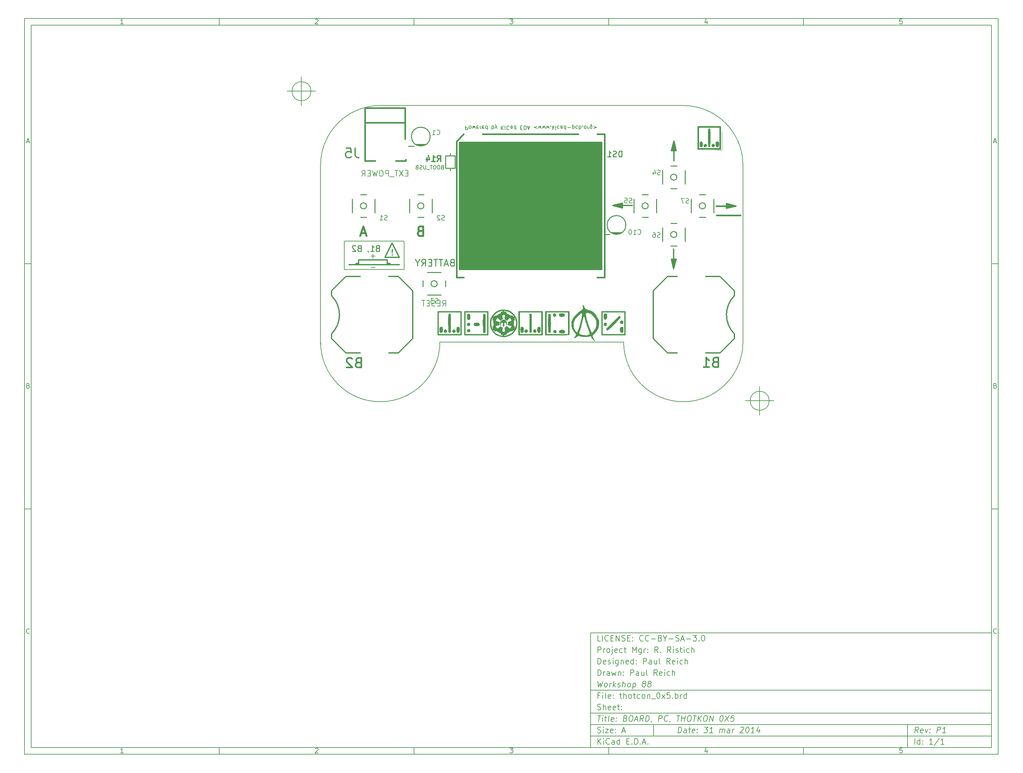
<source format=gbo>
G04 (created by PCBNEW (2013-dec-23)-stable) date Sun 30 Mar 2014 19:37:48 CDT*
%MOIN*%
G04 Gerber Fmt 3.4, Leading zero omitted, Abs format*
%FSLAX34Y34*%
G01*
G70*
G90*
G04 APERTURE LIST*
%ADD10C,0.00590551*%
%ADD11C,0.009*%
%ADD12C,0.006*%
%ADD13C,0.015*%
%ADD14C,0.007*%
%ADD15C,0.008*%
%ADD16C,0.02*%
%ADD17C,0.012*%
%ADD18C,0.01*%
%ADD19C,0.00984252*%
%ADD20C,0.005*%
%ADD21C,0.0001*%
G04 APERTURE END LIST*
G54D10*
X-36650Y31000D02*
X65350Y31000D01*
X65350Y-46000D01*
X-36650Y-46000D01*
X-36650Y31000D01*
X-35950Y30300D02*
X64650Y30300D01*
X64650Y-45300D01*
X-35950Y-45300D01*
X-35950Y30300D01*
X-16250Y31000D02*
X-16250Y30300D01*
X-26307Y30447D02*
X-26592Y30447D01*
X-26450Y30447D02*
X-26450Y30947D01*
X-26497Y30876D01*
X-26545Y30828D01*
X-26592Y30804D01*
X-16250Y-46000D02*
X-16250Y-45300D01*
X-26307Y-45852D02*
X-26592Y-45852D01*
X-26450Y-45852D02*
X-26450Y-45352D01*
X-26497Y-45423D01*
X-26545Y-45471D01*
X-26592Y-45495D01*
X4150Y31000D02*
X4150Y30300D01*
X-6192Y30900D02*
X-6169Y30923D01*
X-6121Y30947D01*
X-6002Y30947D01*
X-5954Y30923D01*
X-5930Y30900D01*
X-5907Y30852D01*
X-5907Y30804D01*
X-5930Y30733D01*
X-6216Y30447D01*
X-5907Y30447D01*
X4150Y-46000D02*
X4150Y-45300D01*
X-6192Y-45400D02*
X-6169Y-45376D01*
X-6121Y-45352D01*
X-6002Y-45352D01*
X-5954Y-45376D01*
X-5930Y-45400D01*
X-5907Y-45447D01*
X-5907Y-45495D01*
X-5930Y-45566D01*
X-6216Y-45852D01*
X-5907Y-45852D01*
X24550Y31000D02*
X24550Y30300D01*
X14183Y30947D02*
X14492Y30947D01*
X14326Y30757D01*
X14397Y30757D01*
X14445Y30733D01*
X14469Y30709D01*
X14492Y30661D01*
X14492Y30542D01*
X14469Y30495D01*
X14445Y30471D01*
X14397Y30447D01*
X14254Y30447D01*
X14207Y30471D01*
X14183Y30495D01*
X24550Y-46000D02*
X24550Y-45300D01*
X14183Y-45352D02*
X14492Y-45352D01*
X14326Y-45542D01*
X14397Y-45542D01*
X14445Y-45566D01*
X14469Y-45590D01*
X14492Y-45638D01*
X14492Y-45757D01*
X14469Y-45804D01*
X14445Y-45828D01*
X14397Y-45852D01*
X14254Y-45852D01*
X14207Y-45828D01*
X14183Y-45804D01*
X44950Y31000D02*
X44950Y30300D01*
X34845Y30780D02*
X34845Y30447D01*
X34726Y30971D02*
X34607Y30614D01*
X34916Y30614D01*
X44950Y-46000D02*
X44950Y-45300D01*
X34845Y-45519D02*
X34845Y-45852D01*
X34726Y-45328D02*
X34607Y-45685D01*
X34916Y-45685D01*
X55269Y30947D02*
X55030Y30947D01*
X55007Y30709D01*
X55030Y30733D01*
X55078Y30757D01*
X55197Y30757D01*
X55245Y30733D01*
X55269Y30709D01*
X55292Y30661D01*
X55292Y30542D01*
X55269Y30495D01*
X55245Y30471D01*
X55197Y30447D01*
X55078Y30447D01*
X55030Y30471D01*
X55007Y30495D01*
X55269Y-45352D02*
X55030Y-45352D01*
X55007Y-45590D01*
X55030Y-45566D01*
X55078Y-45542D01*
X55197Y-45542D01*
X55245Y-45566D01*
X55269Y-45590D01*
X55292Y-45638D01*
X55292Y-45757D01*
X55269Y-45804D01*
X55245Y-45828D01*
X55197Y-45852D01*
X55078Y-45852D01*
X55030Y-45828D01*
X55007Y-45804D01*
X-36650Y5340D02*
X-35950Y5340D01*
X-36419Y18110D02*
X-36180Y18110D01*
X-36466Y17967D02*
X-36299Y18467D01*
X-36133Y17967D01*
X65350Y5340D02*
X64650Y5340D01*
X64880Y18110D02*
X65119Y18110D01*
X64833Y17967D02*
X65000Y18467D01*
X65166Y17967D01*
X-36650Y-20320D02*
X-35950Y-20320D01*
X-36264Y-7430D02*
X-36192Y-7454D01*
X-36169Y-7478D01*
X-36145Y-7525D01*
X-36145Y-7597D01*
X-36169Y-7644D01*
X-36192Y-7668D01*
X-36240Y-7692D01*
X-36430Y-7692D01*
X-36430Y-7192D01*
X-36264Y-7192D01*
X-36216Y-7216D01*
X-36192Y-7240D01*
X-36169Y-7287D01*
X-36169Y-7335D01*
X-36192Y-7382D01*
X-36216Y-7406D01*
X-36264Y-7430D01*
X-36430Y-7430D01*
X65350Y-20320D02*
X64650Y-20320D01*
X65035Y-7430D02*
X65107Y-7454D01*
X65130Y-7478D01*
X65154Y-7525D01*
X65154Y-7597D01*
X65130Y-7644D01*
X65107Y-7668D01*
X65059Y-7692D01*
X64869Y-7692D01*
X64869Y-7192D01*
X65035Y-7192D01*
X65083Y-7216D01*
X65107Y-7240D01*
X65130Y-7287D01*
X65130Y-7335D01*
X65107Y-7382D01*
X65083Y-7406D01*
X65035Y-7430D01*
X64869Y-7430D01*
X-36145Y-33304D02*
X-36169Y-33328D01*
X-36240Y-33352D01*
X-36288Y-33352D01*
X-36359Y-33328D01*
X-36407Y-33280D01*
X-36430Y-33233D01*
X-36454Y-33138D01*
X-36454Y-33066D01*
X-36430Y-32971D01*
X-36407Y-32923D01*
X-36359Y-32876D01*
X-36288Y-32852D01*
X-36240Y-32852D01*
X-36169Y-32876D01*
X-36145Y-32900D01*
X65154Y-33304D02*
X65130Y-33328D01*
X65059Y-33352D01*
X65011Y-33352D01*
X64940Y-33328D01*
X64892Y-33280D01*
X64869Y-33233D01*
X64845Y-33138D01*
X64845Y-33066D01*
X64869Y-32971D01*
X64892Y-32923D01*
X64940Y-32876D01*
X65011Y-32852D01*
X65059Y-32852D01*
X65130Y-32876D01*
X65154Y-32900D01*
X31800Y-43742D02*
X31875Y-43142D01*
X32017Y-43142D01*
X32100Y-43171D01*
X32150Y-43228D01*
X32171Y-43285D01*
X32185Y-43400D01*
X32175Y-43485D01*
X32132Y-43600D01*
X32096Y-43657D01*
X32032Y-43714D01*
X31942Y-43742D01*
X31800Y-43742D01*
X32657Y-43742D02*
X32696Y-43428D01*
X32675Y-43371D01*
X32621Y-43342D01*
X32507Y-43342D01*
X32446Y-43371D01*
X32660Y-43714D02*
X32600Y-43742D01*
X32457Y-43742D01*
X32403Y-43714D01*
X32382Y-43657D01*
X32389Y-43600D01*
X32425Y-43542D01*
X32485Y-43514D01*
X32628Y-43514D01*
X32689Y-43485D01*
X32907Y-43342D02*
X33135Y-43342D01*
X33017Y-43142D02*
X32953Y-43657D01*
X32975Y-43714D01*
X33028Y-43742D01*
X33085Y-43742D01*
X33517Y-43714D02*
X33457Y-43742D01*
X33342Y-43742D01*
X33289Y-43714D01*
X33267Y-43657D01*
X33296Y-43428D01*
X33332Y-43371D01*
X33392Y-43342D01*
X33507Y-43342D01*
X33560Y-43371D01*
X33582Y-43428D01*
X33575Y-43485D01*
X33282Y-43542D01*
X33807Y-43685D02*
X33832Y-43714D01*
X33800Y-43742D01*
X33775Y-43714D01*
X33807Y-43685D01*
X33800Y-43742D01*
X33846Y-43371D02*
X33871Y-43400D01*
X33839Y-43428D01*
X33814Y-43400D01*
X33846Y-43371D01*
X33839Y-43428D01*
X34560Y-43142D02*
X34932Y-43142D01*
X34703Y-43371D01*
X34789Y-43371D01*
X34842Y-43400D01*
X34867Y-43428D01*
X34889Y-43485D01*
X34871Y-43628D01*
X34835Y-43685D01*
X34803Y-43714D01*
X34742Y-43742D01*
X34571Y-43742D01*
X34517Y-43714D01*
X34492Y-43685D01*
X35428Y-43742D02*
X35085Y-43742D01*
X35257Y-43742D02*
X35332Y-43142D01*
X35264Y-43228D01*
X35200Y-43285D01*
X35139Y-43314D01*
X36142Y-43742D02*
X36192Y-43342D01*
X36185Y-43400D02*
X36217Y-43371D01*
X36278Y-43342D01*
X36364Y-43342D01*
X36417Y-43371D01*
X36439Y-43428D01*
X36400Y-43742D01*
X36439Y-43428D02*
X36475Y-43371D01*
X36535Y-43342D01*
X36621Y-43342D01*
X36675Y-43371D01*
X36696Y-43428D01*
X36657Y-43742D01*
X37200Y-43742D02*
X37239Y-43428D01*
X37217Y-43371D01*
X37164Y-43342D01*
X37050Y-43342D01*
X36989Y-43371D01*
X37203Y-43714D02*
X37142Y-43742D01*
X37000Y-43742D01*
X36946Y-43714D01*
X36925Y-43657D01*
X36932Y-43600D01*
X36967Y-43542D01*
X37028Y-43514D01*
X37171Y-43514D01*
X37232Y-43485D01*
X37485Y-43742D02*
X37535Y-43342D01*
X37521Y-43457D02*
X37557Y-43400D01*
X37589Y-43371D01*
X37650Y-43342D01*
X37707Y-43342D01*
X38353Y-43200D02*
X38385Y-43171D01*
X38446Y-43142D01*
X38589Y-43142D01*
X38642Y-43171D01*
X38667Y-43200D01*
X38689Y-43257D01*
X38682Y-43314D01*
X38642Y-43400D01*
X38257Y-43742D01*
X38628Y-43742D01*
X39075Y-43142D02*
X39132Y-43142D01*
X39185Y-43171D01*
X39210Y-43200D01*
X39232Y-43257D01*
X39246Y-43371D01*
X39228Y-43514D01*
X39185Y-43628D01*
X39150Y-43685D01*
X39117Y-43714D01*
X39057Y-43742D01*
X39000Y-43742D01*
X38946Y-43714D01*
X38921Y-43685D01*
X38900Y-43628D01*
X38885Y-43514D01*
X38903Y-43371D01*
X38946Y-43257D01*
X38982Y-43200D01*
X39014Y-43171D01*
X39075Y-43142D01*
X39771Y-43742D02*
X39428Y-43742D01*
X39600Y-43742D02*
X39675Y-43142D01*
X39607Y-43228D01*
X39542Y-43285D01*
X39482Y-43314D01*
X40335Y-43342D02*
X40285Y-43742D01*
X40221Y-43114D02*
X40025Y-43542D01*
X40396Y-43542D01*
X23392Y-44942D02*
X23392Y-44342D01*
X23735Y-44942D02*
X23478Y-44600D01*
X23735Y-44342D02*
X23392Y-44685D01*
X23992Y-44942D02*
X23992Y-44542D01*
X23992Y-44342D02*
X23964Y-44371D01*
X23992Y-44400D01*
X24021Y-44371D01*
X23992Y-44342D01*
X23992Y-44400D01*
X24621Y-44885D02*
X24592Y-44914D01*
X24507Y-44942D01*
X24450Y-44942D01*
X24364Y-44914D01*
X24307Y-44857D01*
X24278Y-44800D01*
X24250Y-44685D01*
X24250Y-44600D01*
X24278Y-44485D01*
X24307Y-44428D01*
X24364Y-44371D01*
X24450Y-44342D01*
X24507Y-44342D01*
X24592Y-44371D01*
X24621Y-44400D01*
X25135Y-44942D02*
X25135Y-44628D01*
X25107Y-44571D01*
X25050Y-44542D01*
X24935Y-44542D01*
X24878Y-44571D01*
X25135Y-44914D02*
X25078Y-44942D01*
X24935Y-44942D01*
X24878Y-44914D01*
X24850Y-44857D01*
X24850Y-44800D01*
X24878Y-44742D01*
X24935Y-44714D01*
X25078Y-44714D01*
X25135Y-44685D01*
X25678Y-44942D02*
X25678Y-44342D01*
X25678Y-44914D02*
X25621Y-44942D01*
X25507Y-44942D01*
X25450Y-44914D01*
X25421Y-44885D01*
X25392Y-44828D01*
X25392Y-44657D01*
X25421Y-44600D01*
X25450Y-44571D01*
X25507Y-44542D01*
X25621Y-44542D01*
X25678Y-44571D01*
X26421Y-44628D02*
X26621Y-44628D01*
X26707Y-44942D02*
X26421Y-44942D01*
X26421Y-44342D01*
X26707Y-44342D01*
X26964Y-44885D02*
X26992Y-44914D01*
X26964Y-44942D01*
X26935Y-44914D01*
X26964Y-44885D01*
X26964Y-44942D01*
X27249Y-44942D02*
X27249Y-44342D01*
X27392Y-44342D01*
X27478Y-44371D01*
X27535Y-44428D01*
X27564Y-44485D01*
X27592Y-44600D01*
X27592Y-44685D01*
X27564Y-44800D01*
X27535Y-44857D01*
X27478Y-44914D01*
X27392Y-44942D01*
X27249Y-44942D01*
X27849Y-44885D02*
X27878Y-44914D01*
X27849Y-44942D01*
X27821Y-44914D01*
X27849Y-44885D01*
X27849Y-44942D01*
X28107Y-44771D02*
X28392Y-44771D01*
X28049Y-44942D02*
X28249Y-44342D01*
X28449Y-44942D01*
X28649Y-44885D02*
X28678Y-44914D01*
X28649Y-44942D01*
X28621Y-44914D01*
X28649Y-44885D01*
X28649Y-44942D01*
X56942Y-43742D02*
X56778Y-43457D01*
X56600Y-43742D02*
X56675Y-43142D01*
X56903Y-43142D01*
X56957Y-43171D01*
X56982Y-43200D01*
X57003Y-43257D01*
X56992Y-43342D01*
X56957Y-43400D01*
X56925Y-43428D01*
X56864Y-43457D01*
X56635Y-43457D01*
X57432Y-43714D02*
X57371Y-43742D01*
X57257Y-43742D01*
X57203Y-43714D01*
X57182Y-43657D01*
X57210Y-43428D01*
X57246Y-43371D01*
X57307Y-43342D01*
X57421Y-43342D01*
X57475Y-43371D01*
X57496Y-43428D01*
X57489Y-43485D01*
X57196Y-43542D01*
X57707Y-43342D02*
X57800Y-43742D01*
X57992Y-43342D01*
X58178Y-43685D02*
X58203Y-43714D01*
X58171Y-43742D01*
X58146Y-43714D01*
X58178Y-43685D01*
X58171Y-43742D01*
X58217Y-43371D02*
X58242Y-43400D01*
X58210Y-43428D01*
X58185Y-43400D01*
X58217Y-43371D01*
X58210Y-43428D01*
X58914Y-43742D02*
X58989Y-43142D01*
X59217Y-43142D01*
X59271Y-43171D01*
X59296Y-43200D01*
X59317Y-43257D01*
X59307Y-43342D01*
X59271Y-43400D01*
X59239Y-43428D01*
X59178Y-43457D01*
X58950Y-43457D01*
X59828Y-43742D02*
X59485Y-43742D01*
X59657Y-43742D02*
X59732Y-43142D01*
X59664Y-43228D01*
X59600Y-43285D01*
X59539Y-43314D01*
X23364Y-43714D02*
X23450Y-43742D01*
X23592Y-43742D01*
X23650Y-43714D01*
X23678Y-43685D01*
X23707Y-43628D01*
X23707Y-43571D01*
X23678Y-43514D01*
X23650Y-43485D01*
X23592Y-43457D01*
X23478Y-43428D01*
X23421Y-43400D01*
X23392Y-43371D01*
X23364Y-43314D01*
X23364Y-43257D01*
X23392Y-43200D01*
X23421Y-43171D01*
X23478Y-43142D01*
X23621Y-43142D01*
X23707Y-43171D01*
X23964Y-43742D02*
X23964Y-43342D01*
X23964Y-43142D02*
X23935Y-43171D01*
X23964Y-43200D01*
X23992Y-43171D01*
X23964Y-43142D01*
X23964Y-43200D01*
X24192Y-43342D02*
X24507Y-43342D01*
X24192Y-43742D01*
X24507Y-43742D01*
X24964Y-43714D02*
X24907Y-43742D01*
X24792Y-43742D01*
X24735Y-43714D01*
X24707Y-43657D01*
X24707Y-43428D01*
X24735Y-43371D01*
X24792Y-43342D01*
X24907Y-43342D01*
X24964Y-43371D01*
X24992Y-43428D01*
X24992Y-43485D01*
X24707Y-43542D01*
X25250Y-43685D02*
X25278Y-43714D01*
X25250Y-43742D01*
X25221Y-43714D01*
X25250Y-43685D01*
X25250Y-43742D01*
X25250Y-43371D02*
X25278Y-43400D01*
X25250Y-43428D01*
X25221Y-43400D01*
X25250Y-43371D01*
X25250Y-43428D01*
X25964Y-43571D02*
X26250Y-43571D01*
X25907Y-43742D02*
X26107Y-43142D01*
X26307Y-43742D01*
X56592Y-44942D02*
X56592Y-44342D01*
X57135Y-44942D02*
X57135Y-44342D01*
X57135Y-44914D02*
X57078Y-44942D01*
X56964Y-44942D01*
X56907Y-44914D01*
X56878Y-44885D01*
X56850Y-44828D01*
X56850Y-44657D01*
X56878Y-44600D01*
X56907Y-44571D01*
X56964Y-44542D01*
X57078Y-44542D01*
X57135Y-44571D01*
X57421Y-44885D02*
X57450Y-44914D01*
X57421Y-44942D01*
X57392Y-44914D01*
X57421Y-44885D01*
X57421Y-44942D01*
X57421Y-44571D02*
X57450Y-44600D01*
X57421Y-44628D01*
X57392Y-44600D01*
X57421Y-44571D01*
X57421Y-44628D01*
X58478Y-44942D02*
X58135Y-44942D01*
X58307Y-44942D02*
X58307Y-44342D01*
X58249Y-44428D01*
X58192Y-44485D01*
X58135Y-44514D01*
X59164Y-44314D02*
X58650Y-45085D01*
X59678Y-44942D02*
X59335Y-44942D01*
X59507Y-44942D02*
X59507Y-44342D01*
X59449Y-44428D01*
X59392Y-44485D01*
X59335Y-44514D01*
X23389Y-41942D02*
X23732Y-41942D01*
X23485Y-42542D02*
X23560Y-41942D01*
X23857Y-42542D02*
X23907Y-42142D01*
X23932Y-41942D02*
X23900Y-41971D01*
X23925Y-42000D01*
X23957Y-41971D01*
X23932Y-41942D01*
X23925Y-42000D01*
X24107Y-42142D02*
X24335Y-42142D01*
X24217Y-41942D02*
X24153Y-42457D01*
X24175Y-42514D01*
X24228Y-42542D01*
X24285Y-42542D01*
X24571Y-42542D02*
X24517Y-42514D01*
X24496Y-42457D01*
X24560Y-41942D01*
X25032Y-42514D02*
X24971Y-42542D01*
X24857Y-42542D01*
X24803Y-42514D01*
X24782Y-42457D01*
X24810Y-42228D01*
X24846Y-42171D01*
X24907Y-42142D01*
X25021Y-42142D01*
X25075Y-42171D01*
X25096Y-42228D01*
X25089Y-42285D01*
X24796Y-42342D01*
X25321Y-42485D02*
X25346Y-42514D01*
X25314Y-42542D01*
X25289Y-42514D01*
X25321Y-42485D01*
X25314Y-42542D01*
X25360Y-42171D02*
X25385Y-42200D01*
X25353Y-42228D01*
X25328Y-42200D01*
X25360Y-42171D01*
X25353Y-42228D01*
X26296Y-42228D02*
X26378Y-42257D01*
X26403Y-42285D01*
X26425Y-42342D01*
X26414Y-42428D01*
X26378Y-42485D01*
X26346Y-42514D01*
X26285Y-42542D01*
X26057Y-42542D01*
X26132Y-41942D01*
X26332Y-41942D01*
X26385Y-41971D01*
X26410Y-42000D01*
X26432Y-42057D01*
X26425Y-42114D01*
X26389Y-42171D01*
X26357Y-42200D01*
X26296Y-42228D01*
X26096Y-42228D01*
X26846Y-41942D02*
X26960Y-41942D01*
X27014Y-41971D01*
X27064Y-42028D01*
X27078Y-42142D01*
X27053Y-42342D01*
X27010Y-42457D01*
X26946Y-42514D01*
X26885Y-42542D01*
X26771Y-42542D01*
X26717Y-42514D01*
X26667Y-42457D01*
X26653Y-42342D01*
X26678Y-42142D01*
X26721Y-42028D01*
X26785Y-41971D01*
X26846Y-41942D01*
X27278Y-42371D02*
X27564Y-42371D01*
X27200Y-42542D02*
X27475Y-41942D01*
X27600Y-42542D01*
X28142Y-42542D02*
X27978Y-42257D01*
X27800Y-42542D02*
X27875Y-41942D01*
X28103Y-41942D01*
X28157Y-41971D01*
X28182Y-42000D01*
X28203Y-42057D01*
X28192Y-42142D01*
X28157Y-42200D01*
X28125Y-42228D01*
X28064Y-42257D01*
X27835Y-42257D01*
X28400Y-42542D02*
X28475Y-41942D01*
X28617Y-41942D01*
X28700Y-41971D01*
X28750Y-42028D01*
X28771Y-42085D01*
X28785Y-42200D01*
X28775Y-42285D01*
X28732Y-42400D01*
X28696Y-42457D01*
X28632Y-42514D01*
X28542Y-42542D01*
X28400Y-42542D01*
X29032Y-42514D02*
X29028Y-42542D01*
X28992Y-42600D01*
X28960Y-42628D01*
X29742Y-42542D02*
X29817Y-41942D01*
X30046Y-41942D01*
X30099Y-41971D01*
X30125Y-42000D01*
X30146Y-42057D01*
X30135Y-42142D01*
X30100Y-42200D01*
X30067Y-42228D01*
X30007Y-42257D01*
X29778Y-42257D01*
X30692Y-42485D02*
X30660Y-42514D01*
X30571Y-42542D01*
X30514Y-42542D01*
X30432Y-42514D01*
X30382Y-42457D01*
X30360Y-42400D01*
X30346Y-42285D01*
X30357Y-42200D01*
X30400Y-42085D01*
X30435Y-42028D01*
X30499Y-41971D01*
X30589Y-41942D01*
X30646Y-41942D01*
X30728Y-41971D01*
X30753Y-42000D01*
X30975Y-42514D02*
X30971Y-42542D01*
X30935Y-42600D01*
X30903Y-42628D01*
X31675Y-41942D02*
X32017Y-41942D01*
X31771Y-42542D02*
X31846Y-41942D01*
X32142Y-42542D02*
X32217Y-41942D01*
X32182Y-42228D02*
X32525Y-42228D01*
X32485Y-42542D02*
X32560Y-41942D01*
X32960Y-41942D02*
X33075Y-41942D01*
X33128Y-41971D01*
X33178Y-42028D01*
X33192Y-42142D01*
X33167Y-42342D01*
X33124Y-42457D01*
X33060Y-42514D01*
X33000Y-42542D01*
X32885Y-42542D01*
X32832Y-42514D01*
X32782Y-42457D01*
X32767Y-42342D01*
X32792Y-42142D01*
X32835Y-42028D01*
X32899Y-41971D01*
X32960Y-41942D01*
X33389Y-41942D02*
X33732Y-41942D01*
X33485Y-42542D02*
X33560Y-41942D01*
X33857Y-42542D02*
X33932Y-41942D01*
X34199Y-42542D02*
X33985Y-42200D01*
X34274Y-41942D02*
X33889Y-42285D01*
X34646Y-41942D02*
X34760Y-41942D01*
X34814Y-41971D01*
X34864Y-42028D01*
X34878Y-42142D01*
X34853Y-42342D01*
X34810Y-42457D01*
X34746Y-42514D01*
X34685Y-42542D01*
X34571Y-42542D01*
X34517Y-42514D01*
X34467Y-42457D01*
X34453Y-42342D01*
X34478Y-42142D01*
X34521Y-42028D01*
X34585Y-41971D01*
X34646Y-41942D01*
X35085Y-42542D02*
X35160Y-41942D01*
X35428Y-42542D01*
X35503Y-41942D01*
X36360Y-41942D02*
X36417Y-41942D01*
X36471Y-41971D01*
X36496Y-42000D01*
X36517Y-42057D01*
X36532Y-42171D01*
X36514Y-42314D01*
X36471Y-42428D01*
X36435Y-42485D01*
X36403Y-42514D01*
X36342Y-42542D01*
X36285Y-42542D01*
X36232Y-42514D01*
X36207Y-42485D01*
X36185Y-42428D01*
X36171Y-42314D01*
X36189Y-42171D01*
X36232Y-42057D01*
X36267Y-42000D01*
X36299Y-41971D01*
X36360Y-41942D01*
X36760Y-41942D02*
X37085Y-42542D01*
X37160Y-41942D02*
X36685Y-42542D01*
X37674Y-41942D02*
X37389Y-41942D01*
X37325Y-42228D01*
X37357Y-42200D01*
X37417Y-42171D01*
X37560Y-42171D01*
X37614Y-42200D01*
X37639Y-42228D01*
X37660Y-42285D01*
X37642Y-42428D01*
X37607Y-42485D01*
X37574Y-42514D01*
X37514Y-42542D01*
X37371Y-42542D01*
X37317Y-42514D01*
X37292Y-42485D01*
X23592Y-39828D02*
X23392Y-39828D01*
X23392Y-40142D02*
X23392Y-39542D01*
X23678Y-39542D01*
X23907Y-40142D02*
X23907Y-39742D01*
X23907Y-39542D02*
X23878Y-39571D01*
X23907Y-39600D01*
X23935Y-39571D01*
X23907Y-39542D01*
X23907Y-39600D01*
X24278Y-40142D02*
X24221Y-40114D01*
X24192Y-40057D01*
X24192Y-39542D01*
X24735Y-40114D02*
X24678Y-40142D01*
X24564Y-40142D01*
X24507Y-40114D01*
X24478Y-40057D01*
X24478Y-39828D01*
X24507Y-39771D01*
X24564Y-39742D01*
X24678Y-39742D01*
X24735Y-39771D01*
X24764Y-39828D01*
X24764Y-39885D01*
X24478Y-39942D01*
X25021Y-40085D02*
X25050Y-40114D01*
X25021Y-40142D01*
X24992Y-40114D01*
X25021Y-40085D01*
X25021Y-40142D01*
X25021Y-39771D02*
X25050Y-39800D01*
X25021Y-39828D01*
X24992Y-39800D01*
X25021Y-39771D01*
X25021Y-39828D01*
X25678Y-39742D02*
X25907Y-39742D01*
X25764Y-39542D02*
X25764Y-40057D01*
X25792Y-40114D01*
X25850Y-40142D01*
X25907Y-40142D01*
X26107Y-40142D02*
X26107Y-39542D01*
X26364Y-40142D02*
X26364Y-39828D01*
X26335Y-39771D01*
X26278Y-39742D01*
X26192Y-39742D01*
X26135Y-39771D01*
X26107Y-39800D01*
X26735Y-40142D02*
X26678Y-40114D01*
X26650Y-40085D01*
X26621Y-40028D01*
X26621Y-39857D01*
X26650Y-39800D01*
X26678Y-39771D01*
X26735Y-39742D01*
X26821Y-39742D01*
X26878Y-39771D01*
X26907Y-39800D01*
X26935Y-39857D01*
X26935Y-40028D01*
X26907Y-40085D01*
X26878Y-40114D01*
X26821Y-40142D01*
X26735Y-40142D01*
X27107Y-39742D02*
X27335Y-39742D01*
X27192Y-39542D02*
X27192Y-40057D01*
X27221Y-40114D01*
X27278Y-40142D01*
X27335Y-40142D01*
X27792Y-40114D02*
X27735Y-40142D01*
X27621Y-40142D01*
X27564Y-40114D01*
X27535Y-40085D01*
X27507Y-40028D01*
X27507Y-39857D01*
X27535Y-39800D01*
X27564Y-39771D01*
X27621Y-39742D01*
X27735Y-39742D01*
X27792Y-39771D01*
X28135Y-40142D02*
X28078Y-40114D01*
X28050Y-40085D01*
X28021Y-40028D01*
X28021Y-39857D01*
X28050Y-39800D01*
X28078Y-39771D01*
X28135Y-39742D01*
X28221Y-39742D01*
X28278Y-39771D01*
X28307Y-39800D01*
X28335Y-39857D01*
X28335Y-40028D01*
X28307Y-40085D01*
X28278Y-40114D01*
X28221Y-40142D01*
X28135Y-40142D01*
X28592Y-39742D02*
X28592Y-40142D01*
X28592Y-39800D02*
X28621Y-39771D01*
X28678Y-39742D01*
X28764Y-39742D01*
X28821Y-39771D01*
X28850Y-39828D01*
X28850Y-40142D01*
X28992Y-40200D02*
X29450Y-40200D01*
X29707Y-39542D02*
X29764Y-39542D01*
X29821Y-39571D01*
X29850Y-39600D01*
X29878Y-39657D01*
X29907Y-39771D01*
X29907Y-39914D01*
X29878Y-40028D01*
X29850Y-40085D01*
X29821Y-40114D01*
X29764Y-40142D01*
X29707Y-40142D01*
X29650Y-40114D01*
X29621Y-40085D01*
X29592Y-40028D01*
X29564Y-39914D01*
X29564Y-39771D01*
X29592Y-39657D01*
X29621Y-39600D01*
X29650Y-39571D01*
X29707Y-39542D01*
X30107Y-40142D02*
X30421Y-39742D01*
X30107Y-39742D02*
X30421Y-40142D01*
X30935Y-39542D02*
X30650Y-39542D01*
X30621Y-39828D01*
X30650Y-39800D01*
X30707Y-39771D01*
X30850Y-39771D01*
X30907Y-39800D01*
X30935Y-39828D01*
X30964Y-39885D01*
X30964Y-40028D01*
X30935Y-40085D01*
X30907Y-40114D01*
X30850Y-40142D01*
X30707Y-40142D01*
X30650Y-40114D01*
X30621Y-40085D01*
X31221Y-40085D02*
X31250Y-40114D01*
X31221Y-40142D01*
X31192Y-40114D01*
X31221Y-40085D01*
X31221Y-40142D01*
X31507Y-40142D02*
X31507Y-39542D01*
X31507Y-39771D02*
X31564Y-39742D01*
X31678Y-39742D01*
X31735Y-39771D01*
X31764Y-39800D01*
X31792Y-39857D01*
X31792Y-40028D01*
X31764Y-40085D01*
X31735Y-40114D01*
X31678Y-40142D01*
X31564Y-40142D01*
X31507Y-40114D01*
X32050Y-40142D02*
X32050Y-39742D01*
X32050Y-39857D02*
X32078Y-39800D01*
X32107Y-39771D01*
X32164Y-39742D01*
X32221Y-39742D01*
X32678Y-40142D02*
X32678Y-39542D01*
X32678Y-40114D02*
X32621Y-40142D01*
X32507Y-40142D01*
X32450Y-40114D01*
X32421Y-40085D01*
X32392Y-40028D01*
X32392Y-39857D01*
X32421Y-39800D01*
X32450Y-39771D01*
X32507Y-39742D01*
X32621Y-39742D01*
X32678Y-39771D01*
X23364Y-41314D02*
X23450Y-41342D01*
X23592Y-41342D01*
X23650Y-41314D01*
X23678Y-41285D01*
X23707Y-41228D01*
X23707Y-41171D01*
X23678Y-41114D01*
X23650Y-41085D01*
X23592Y-41057D01*
X23478Y-41028D01*
X23421Y-41000D01*
X23392Y-40971D01*
X23364Y-40914D01*
X23364Y-40857D01*
X23392Y-40800D01*
X23421Y-40771D01*
X23478Y-40742D01*
X23621Y-40742D01*
X23707Y-40771D01*
X23964Y-41342D02*
X23964Y-40742D01*
X24221Y-41342D02*
X24221Y-41028D01*
X24192Y-40971D01*
X24135Y-40942D01*
X24050Y-40942D01*
X23992Y-40971D01*
X23964Y-41000D01*
X24735Y-41314D02*
X24678Y-41342D01*
X24564Y-41342D01*
X24507Y-41314D01*
X24478Y-41257D01*
X24478Y-41028D01*
X24507Y-40971D01*
X24564Y-40942D01*
X24678Y-40942D01*
X24735Y-40971D01*
X24764Y-41028D01*
X24764Y-41085D01*
X24478Y-41142D01*
X25250Y-41314D02*
X25192Y-41342D01*
X25078Y-41342D01*
X25021Y-41314D01*
X24992Y-41257D01*
X24992Y-41028D01*
X25021Y-40971D01*
X25078Y-40942D01*
X25192Y-40942D01*
X25250Y-40971D01*
X25278Y-41028D01*
X25278Y-41085D01*
X24992Y-41142D01*
X25450Y-40942D02*
X25678Y-40942D01*
X25535Y-40742D02*
X25535Y-41257D01*
X25564Y-41314D01*
X25621Y-41342D01*
X25678Y-41342D01*
X25878Y-41285D02*
X25907Y-41314D01*
X25878Y-41342D01*
X25850Y-41314D01*
X25878Y-41285D01*
X25878Y-41342D01*
X25878Y-40971D02*
X25907Y-41000D01*
X25878Y-41028D01*
X25850Y-41000D01*
X25878Y-40971D01*
X25878Y-41028D01*
X23417Y-38342D02*
X23485Y-38942D01*
X23653Y-38514D01*
X23714Y-38942D01*
X23932Y-38342D01*
X24171Y-38942D02*
X24117Y-38914D01*
X24092Y-38885D01*
X24071Y-38828D01*
X24092Y-38657D01*
X24128Y-38600D01*
X24160Y-38571D01*
X24221Y-38542D01*
X24307Y-38542D01*
X24360Y-38571D01*
X24385Y-38600D01*
X24407Y-38657D01*
X24385Y-38828D01*
X24350Y-38885D01*
X24317Y-38914D01*
X24257Y-38942D01*
X24171Y-38942D01*
X24628Y-38942D02*
X24678Y-38542D01*
X24664Y-38657D02*
X24700Y-38600D01*
X24732Y-38571D01*
X24792Y-38542D01*
X24850Y-38542D01*
X25000Y-38942D02*
X25075Y-38342D01*
X25085Y-38714D02*
X25228Y-38942D01*
X25278Y-38542D02*
X25021Y-38771D01*
X25460Y-38914D02*
X25514Y-38942D01*
X25628Y-38942D01*
X25689Y-38914D01*
X25725Y-38857D01*
X25728Y-38828D01*
X25707Y-38771D01*
X25653Y-38742D01*
X25567Y-38742D01*
X25514Y-38714D01*
X25492Y-38657D01*
X25496Y-38628D01*
X25532Y-38571D01*
X25592Y-38542D01*
X25678Y-38542D01*
X25732Y-38571D01*
X25971Y-38942D02*
X26046Y-38342D01*
X26228Y-38942D02*
X26267Y-38628D01*
X26246Y-38571D01*
X26192Y-38542D01*
X26107Y-38542D01*
X26046Y-38571D01*
X26014Y-38600D01*
X26599Y-38942D02*
X26546Y-38914D01*
X26521Y-38885D01*
X26500Y-38828D01*
X26521Y-38657D01*
X26557Y-38600D01*
X26589Y-38571D01*
X26649Y-38542D01*
X26735Y-38542D01*
X26789Y-38571D01*
X26814Y-38600D01*
X26835Y-38657D01*
X26814Y-38828D01*
X26778Y-38885D01*
X26746Y-38914D01*
X26685Y-38942D01*
X26599Y-38942D01*
X27107Y-38542D02*
X27032Y-39142D01*
X27103Y-38571D02*
X27164Y-38542D01*
X27278Y-38542D01*
X27332Y-38571D01*
X27357Y-38600D01*
X27378Y-38657D01*
X27357Y-38828D01*
X27321Y-38885D01*
X27289Y-38914D01*
X27228Y-38942D01*
X27114Y-38942D01*
X27060Y-38914D01*
X28185Y-38600D02*
X28132Y-38571D01*
X28107Y-38542D01*
X28085Y-38485D01*
X28089Y-38457D01*
X28124Y-38400D01*
X28157Y-38371D01*
X28217Y-38342D01*
X28332Y-38342D01*
X28385Y-38371D01*
X28410Y-38400D01*
X28432Y-38457D01*
X28428Y-38485D01*
X28392Y-38542D01*
X28360Y-38571D01*
X28299Y-38600D01*
X28185Y-38600D01*
X28125Y-38628D01*
X28092Y-38657D01*
X28057Y-38714D01*
X28042Y-38828D01*
X28064Y-38885D01*
X28089Y-38914D01*
X28142Y-38942D01*
X28257Y-38942D01*
X28317Y-38914D01*
X28349Y-38885D01*
X28385Y-38828D01*
X28399Y-38714D01*
X28378Y-38657D01*
X28353Y-38628D01*
X28299Y-38600D01*
X28757Y-38600D02*
X28703Y-38571D01*
X28678Y-38542D01*
X28657Y-38485D01*
X28660Y-38457D01*
X28696Y-38400D01*
X28728Y-38371D01*
X28789Y-38342D01*
X28903Y-38342D01*
X28957Y-38371D01*
X28982Y-38400D01*
X29003Y-38457D01*
X29000Y-38485D01*
X28964Y-38542D01*
X28932Y-38571D01*
X28871Y-38600D01*
X28757Y-38600D01*
X28696Y-38628D01*
X28664Y-38657D01*
X28628Y-38714D01*
X28614Y-38828D01*
X28635Y-38885D01*
X28660Y-38914D01*
X28714Y-38942D01*
X28828Y-38942D01*
X28889Y-38914D01*
X28921Y-38885D01*
X28957Y-38828D01*
X28971Y-38714D01*
X28949Y-38657D01*
X28925Y-38628D01*
X28871Y-38600D01*
X23392Y-37742D02*
X23392Y-37142D01*
X23535Y-37142D01*
X23621Y-37171D01*
X23678Y-37228D01*
X23707Y-37285D01*
X23735Y-37400D01*
X23735Y-37485D01*
X23707Y-37600D01*
X23678Y-37657D01*
X23621Y-37714D01*
X23535Y-37742D01*
X23392Y-37742D01*
X23992Y-37742D02*
X23992Y-37342D01*
X23992Y-37457D02*
X24021Y-37400D01*
X24050Y-37371D01*
X24107Y-37342D01*
X24164Y-37342D01*
X24621Y-37742D02*
X24621Y-37428D01*
X24592Y-37371D01*
X24535Y-37342D01*
X24421Y-37342D01*
X24364Y-37371D01*
X24621Y-37714D02*
X24564Y-37742D01*
X24421Y-37742D01*
X24364Y-37714D01*
X24335Y-37657D01*
X24335Y-37600D01*
X24364Y-37542D01*
X24421Y-37514D01*
X24564Y-37514D01*
X24621Y-37485D01*
X24850Y-37342D02*
X24964Y-37742D01*
X25078Y-37457D01*
X25192Y-37742D01*
X25307Y-37342D01*
X25535Y-37342D02*
X25535Y-37742D01*
X25535Y-37400D02*
X25564Y-37371D01*
X25621Y-37342D01*
X25707Y-37342D01*
X25764Y-37371D01*
X25792Y-37428D01*
X25792Y-37742D01*
X26078Y-37685D02*
X26107Y-37714D01*
X26078Y-37742D01*
X26050Y-37714D01*
X26078Y-37685D01*
X26078Y-37742D01*
X26078Y-37371D02*
X26107Y-37400D01*
X26078Y-37428D01*
X26050Y-37400D01*
X26078Y-37371D01*
X26078Y-37428D01*
X26821Y-37742D02*
X26821Y-37142D01*
X27050Y-37142D01*
X27107Y-37171D01*
X27135Y-37200D01*
X27164Y-37257D01*
X27164Y-37342D01*
X27135Y-37400D01*
X27107Y-37428D01*
X27050Y-37457D01*
X26821Y-37457D01*
X27678Y-37742D02*
X27678Y-37428D01*
X27650Y-37371D01*
X27592Y-37342D01*
X27478Y-37342D01*
X27421Y-37371D01*
X27678Y-37714D02*
X27621Y-37742D01*
X27478Y-37742D01*
X27421Y-37714D01*
X27392Y-37657D01*
X27392Y-37600D01*
X27421Y-37542D01*
X27478Y-37514D01*
X27621Y-37514D01*
X27678Y-37485D01*
X28221Y-37342D02*
X28221Y-37742D01*
X27964Y-37342D02*
X27964Y-37657D01*
X27992Y-37714D01*
X28049Y-37742D01*
X28135Y-37742D01*
X28192Y-37714D01*
X28221Y-37685D01*
X28592Y-37742D02*
X28535Y-37714D01*
X28507Y-37657D01*
X28507Y-37142D01*
X29621Y-37742D02*
X29421Y-37457D01*
X29278Y-37742D02*
X29278Y-37142D01*
X29507Y-37142D01*
X29564Y-37171D01*
X29592Y-37200D01*
X29621Y-37257D01*
X29621Y-37342D01*
X29592Y-37400D01*
X29564Y-37428D01*
X29507Y-37457D01*
X29278Y-37457D01*
X30107Y-37714D02*
X30050Y-37742D01*
X29935Y-37742D01*
X29878Y-37714D01*
X29850Y-37657D01*
X29850Y-37428D01*
X29878Y-37371D01*
X29935Y-37342D01*
X30050Y-37342D01*
X30107Y-37371D01*
X30135Y-37428D01*
X30135Y-37485D01*
X29850Y-37542D01*
X30392Y-37742D02*
X30392Y-37342D01*
X30392Y-37142D02*
X30364Y-37171D01*
X30392Y-37200D01*
X30421Y-37171D01*
X30392Y-37142D01*
X30392Y-37200D01*
X30935Y-37714D02*
X30878Y-37742D01*
X30764Y-37742D01*
X30707Y-37714D01*
X30678Y-37685D01*
X30650Y-37628D01*
X30650Y-37457D01*
X30678Y-37400D01*
X30707Y-37371D01*
X30764Y-37342D01*
X30878Y-37342D01*
X30935Y-37371D01*
X31192Y-37742D02*
X31192Y-37142D01*
X31450Y-37742D02*
X31450Y-37428D01*
X31421Y-37371D01*
X31364Y-37342D01*
X31278Y-37342D01*
X31221Y-37371D01*
X31192Y-37400D01*
X23392Y-36542D02*
X23392Y-35942D01*
X23535Y-35942D01*
X23621Y-35971D01*
X23678Y-36028D01*
X23707Y-36085D01*
X23735Y-36200D01*
X23735Y-36285D01*
X23707Y-36400D01*
X23678Y-36457D01*
X23621Y-36514D01*
X23535Y-36542D01*
X23392Y-36542D01*
X24221Y-36514D02*
X24164Y-36542D01*
X24050Y-36542D01*
X23992Y-36514D01*
X23964Y-36457D01*
X23964Y-36228D01*
X23992Y-36171D01*
X24050Y-36142D01*
X24164Y-36142D01*
X24221Y-36171D01*
X24250Y-36228D01*
X24250Y-36285D01*
X23964Y-36342D01*
X24478Y-36514D02*
X24535Y-36542D01*
X24650Y-36542D01*
X24707Y-36514D01*
X24735Y-36457D01*
X24735Y-36428D01*
X24707Y-36371D01*
X24650Y-36342D01*
X24564Y-36342D01*
X24507Y-36314D01*
X24478Y-36257D01*
X24478Y-36228D01*
X24507Y-36171D01*
X24564Y-36142D01*
X24650Y-36142D01*
X24707Y-36171D01*
X24992Y-36542D02*
X24992Y-36142D01*
X24992Y-35942D02*
X24964Y-35971D01*
X24992Y-36000D01*
X25021Y-35971D01*
X24992Y-35942D01*
X24992Y-36000D01*
X25535Y-36142D02*
X25535Y-36628D01*
X25507Y-36685D01*
X25478Y-36714D01*
X25421Y-36742D01*
X25335Y-36742D01*
X25278Y-36714D01*
X25535Y-36514D02*
X25478Y-36542D01*
X25364Y-36542D01*
X25307Y-36514D01*
X25278Y-36485D01*
X25250Y-36428D01*
X25250Y-36257D01*
X25278Y-36200D01*
X25307Y-36171D01*
X25364Y-36142D01*
X25478Y-36142D01*
X25535Y-36171D01*
X25821Y-36142D02*
X25821Y-36542D01*
X25821Y-36200D02*
X25850Y-36171D01*
X25907Y-36142D01*
X25992Y-36142D01*
X26050Y-36171D01*
X26078Y-36228D01*
X26078Y-36542D01*
X26592Y-36514D02*
X26535Y-36542D01*
X26421Y-36542D01*
X26364Y-36514D01*
X26335Y-36457D01*
X26335Y-36228D01*
X26364Y-36171D01*
X26421Y-36142D01*
X26535Y-36142D01*
X26592Y-36171D01*
X26621Y-36228D01*
X26621Y-36285D01*
X26335Y-36342D01*
X27135Y-36542D02*
X27135Y-35942D01*
X27135Y-36514D02*
X27078Y-36542D01*
X26964Y-36542D01*
X26907Y-36514D01*
X26878Y-36485D01*
X26850Y-36428D01*
X26850Y-36257D01*
X26878Y-36200D01*
X26907Y-36171D01*
X26964Y-36142D01*
X27078Y-36142D01*
X27135Y-36171D01*
X27421Y-36485D02*
X27450Y-36514D01*
X27421Y-36542D01*
X27392Y-36514D01*
X27421Y-36485D01*
X27421Y-36542D01*
X27421Y-36171D02*
X27450Y-36200D01*
X27421Y-36228D01*
X27392Y-36200D01*
X27421Y-36171D01*
X27421Y-36228D01*
X28164Y-36542D02*
X28164Y-35942D01*
X28392Y-35942D01*
X28449Y-35971D01*
X28478Y-36000D01*
X28507Y-36057D01*
X28507Y-36142D01*
X28478Y-36200D01*
X28449Y-36228D01*
X28392Y-36257D01*
X28164Y-36257D01*
X29021Y-36542D02*
X29021Y-36228D01*
X28992Y-36171D01*
X28935Y-36142D01*
X28821Y-36142D01*
X28764Y-36171D01*
X29021Y-36514D02*
X28964Y-36542D01*
X28821Y-36542D01*
X28764Y-36514D01*
X28735Y-36457D01*
X28735Y-36400D01*
X28764Y-36342D01*
X28821Y-36314D01*
X28964Y-36314D01*
X29021Y-36285D01*
X29564Y-36142D02*
X29564Y-36542D01*
X29307Y-36142D02*
X29307Y-36457D01*
X29335Y-36514D01*
X29392Y-36542D01*
X29478Y-36542D01*
X29535Y-36514D01*
X29564Y-36485D01*
X29935Y-36542D02*
X29878Y-36514D01*
X29849Y-36457D01*
X29849Y-35942D01*
X30964Y-36542D02*
X30764Y-36257D01*
X30621Y-36542D02*
X30621Y-35942D01*
X30850Y-35942D01*
X30907Y-35971D01*
X30935Y-36000D01*
X30964Y-36057D01*
X30964Y-36142D01*
X30935Y-36200D01*
X30907Y-36228D01*
X30850Y-36257D01*
X30621Y-36257D01*
X31450Y-36514D02*
X31392Y-36542D01*
X31278Y-36542D01*
X31221Y-36514D01*
X31192Y-36457D01*
X31192Y-36228D01*
X31221Y-36171D01*
X31278Y-36142D01*
X31392Y-36142D01*
X31450Y-36171D01*
X31478Y-36228D01*
X31478Y-36285D01*
X31192Y-36342D01*
X31735Y-36542D02*
X31735Y-36142D01*
X31735Y-35942D02*
X31707Y-35971D01*
X31735Y-36000D01*
X31764Y-35971D01*
X31735Y-35942D01*
X31735Y-36000D01*
X32278Y-36514D02*
X32221Y-36542D01*
X32107Y-36542D01*
X32050Y-36514D01*
X32021Y-36485D01*
X31992Y-36428D01*
X31992Y-36257D01*
X32021Y-36200D01*
X32050Y-36171D01*
X32107Y-36142D01*
X32221Y-36142D01*
X32278Y-36171D01*
X32535Y-36542D02*
X32535Y-35942D01*
X32792Y-36542D02*
X32792Y-36228D01*
X32764Y-36171D01*
X32707Y-36142D01*
X32621Y-36142D01*
X32564Y-36171D01*
X32535Y-36200D01*
X23392Y-35342D02*
X23392Y-34742D01*
X23621Y-34742D01*
X23678Y-34771D01*
X23707Y-34800D01*
X23735Y-34857D01*
X23735Y-34942D01*
X23707Y-35000D01*
X23678Y-35028D01*
X23621Y-35057D01*
X23392Y-35057D01*
X23992Y-35342D02*
X23992Y-34942D01*
X23992Y-35057D02*
X24021Y-35000D01*
X24050Y-34971D01*
X24107Y-34942D01*
X24164Y-34942D01*
X24450Y-35342D02*
X24392Y-35314D01*
X24364Y-35285D01*
X24335Y-35228D01*
X24335Y-35057D01*
X24364Y-35000D01*
X24392Y-34971D01*
X24450Y-34942D01*
X24535Y-34942D01*
X24592Y-34971D01*
X24621Y-35000D01*
X24650Y-35057D01*
X24650Y-35228D01*
X24621Y-35285D01*
X24592Y-35314D01*
X24535Y-35342D01*
X24450Y-35342D01*
X24907Y-34942D02*
X24907Y-35457D01*
X24878Y-35514D01*
X24821Y-35542D01*
X24792Y-35542D01*
X24907Y-34742D02*
X24878Y-34771D01*
X24907Y-34800D01*
X24935Y-34771D01*
X24907Y-34742D01*
X24907Y-34800D01*
X25421Y-35314D02*
X25364Y-35342D01*
X25250Y-35342D01*
X25192Y-35314D01*
X25164Y-35257D01*
X25164Y-35028D01*
X25192Y-34971D01*
X25250Y-34942D01*
X25364Y-34942D01*
X25421Y-34971D01*
X25450Y-35028D01*
X25450Y-35085D01*
X25164Y-35142D01*
X25964Y-35314D02*
X25907Y-35342D01*
X25792Y-35342D01*
X25735Y-35314D01*
X25707Y-35285D01*
X25678Y-35228D01*
X25678Y-35057D01*
X25707Y-35000D01*
X25735Y-34971D01*
X25792Y-34942D01*
X25907Y-34942D01*
X25964Y-34971D01*
X26135Y-34942D02*
X26364Y-34942D01*
X26221Y-34742D02*
X26221Y-35257D01*
X26250Y-35314D01*
X26307Y-35342D01*
X26364Y-35342D01*
X27021Y-35342D02*
X27021Y-34742D01*
X27221Y-35171D01*
X27421Y-34742D01*
X27421Y-35342D01*
X27964Y-34942D02*
X27964Y-35428D01*
X27935Y-35485D01*
X27907Y-35514D01*
X27850Y-35542D01*
X27764Y-35542D01*
X27707Y-35514D01*
X27964Y-35314D02*
X27907Y-35342D01*
X27792Y-35342D01*
X27735Y-35314D01*
X27707Y-35285D01*
X27678Y-35228D01*
X27678Y-35057D01*
X27707Y-35000D01*
X27735Y-34971D01*
X27792Y-34942D01*
X27907Y-34942D01*
X27964Y-34971D01*
X28250Y-35342D02*
X28250Y-34942D01*
X28250Y-35057D02*
X28278Y-35000D01*
X28307Y-34971D01*
X28364Y-34942D01*
X28421Y-34942D01*
X28621Y-35285D02*
X28650Y-35314D01*
X28621Y-35342D01*
X28592Y-35314D01*
X28621Y-35285D01*
X28621Y-35342D01*
X28621Y-34971D02*
X28650Y-35000D01*
X28621Y-35028D01*
X28592Y-35000D01*
X28621Y-34971D01*
X28621Y-35028D01*
X29707Y-35342D02*
X29507Y-35057D01*
X29364Y-35342D02*
X29364Y-34742D01*
X29592Y-34742D01*
X29650Y-34771D01*
X29678Y-34800D01*
X29707Y-34857D01*
X29707Y-34942D01*
X29678Y-35000D01*
X29650Y-35028D01*
X29592Y-35057D01*
X29364Y-35057D01*
X29964Y-35285D02*
X29992Y-35314D01*
X29964Y-35342D01*
X29935Y-35314D01*
X29964Y-35285D01*
X29964Y-35342D01*
X31050Y-35342D02*
X30850Y-35057D01*
X30707Y-35342D02*
X30707Y-34742D01*
X30935Y-34742D01*
X30992Y-34771D01*
X31021Y-34800D01*
X31050Y-34857D01*
X31050Y-34942D01*
X31021Y-35000D01*
X30992Y-35028D01*
X30935Y-35057D01*
X30707Y-35057D01*
X31307Y-35342D02*
X31307Y-34942D01*
X31307Y-34742D02*
X31278Y-34771D01*
X31307Y-34800D01*
X31335Y-34771D01*
X31307Y-34742D01*
X31307Y-34800D01*
X31564Y-35314D02*
X31621Y-35342D01*
X31735Y-35342D01*
X31792Y-35314D01*
X31821Y-35257D01*
X31821Y-35228D01*
X31792Y-35171D01*
X31735Y-35142D01*
X31650Y-35142D01*
X31592Y-35114D01*
X31564Y-35057D01*
X31564Y-35028D01*
X31592Y-34971D01*
X31650Y-34942D01*
X31735Y-34942D01*
X31792Y-34971D01*
X31992Y-34942D02*
X32221Y-34942D01*
X32078Y-34742D02*
X32078Y-35257D01*
X32107Y-35314D01*
X32164Y-35342D01*
X32221Y-35342D01*
X32421Y-35342D02*
X32421Y-34942D01*
X32421Y-34742D02*
X32392Y-34771D01*
X32421Y-34800D01*
X32450Y-34771D01*
X32421Y-34742D01*
X32421Y-34800D01*
X32964Y-35314D02*
X32907Y-35342D01*
X32792Y-35342D01*
X32735Y-35314D01*
X32707Y-35285D01*
X32678Y-35228D01*
X32678Y-35057D01*
X32707Y-35000D01*
X32735Y-34971D01*
X32792Y-34942D01*
X32907Y-34942D01*
X32964Y-34971D01*
X33221Y-35342D02*
X33221Y-34742D01*
X33478Y-35342D02*
X33478Y-35028D01*
X33450Y-34971D01*
X33392Y-34942D01*
X33307Y-34942D01*
X33250Y-34971D01*
X33221Y-35000D01*
X23678Y-34142D02*
X23392Y-34142D01*
X23392Y-33542D01*
X23878Y-34142D02*
X23878Y-33542D01*
X24507Y-34085D02*
X24478Y-34114D01*
X24392Y-34142D01*
X24335Y-34142D01*
X24249Y-34114D01*
X24192Y-34057D01*
X24164Y-34000D01*
X24135Y-33885D01*
X24135Y-33800D01*
X24164Y-33685D01*
X24192Y-33628D01*
X24249Y-33571D01*
X24335Y-33542D01*
X24392Y-33542D01*
X24478Y-33571D01*
X24507Y-33600D01*
X24764Y-33828D02*
X24964Y-33828D01*
X25049Y-34142D02*
X24764Y-34142D01*
X24764Y-33542D01*
X25049Y-33542D01*
X25307Y-34142D02*
X25307Y-33542D01*
X25649Y-34142D01*
X25649Y-33542D01*
X25907Y-34114D02*
X25992Y-34142D01*
X26135Y-34142D01*
X26192Y-34114D01*
X26221Y-34085D01*
X26249Y-34028D01*
X26249Y-33971D01*
X26221Y-33914D01*
X26192Y-33885D01*
X26135Y-33857D01*
X26021Y-33828D01*
X25964Y-33800D01*
X25935Y-33771D01*
X25907Y-33714D01*
X25907Y-33657D01*
X25935Y-33600D01*
X25964Y-33571D01*
X26021Y-33542D01*
X26164Y-33542D01*
X26249Y-33571D01*
X26507Y-33828D02*
X26707Y-33828D01*
X26792Y-34142D02*
X26507Y-34142D01*
X26507Y-33542D01*
X26792Y-33542D01*
X27049Y-34085D02*
X27078Y-34114D01*
X27049Y-34142D01*
X27021Y-34114D01*
X27049Y-34085D01*
X27049Y-34142D01*
X27049Y-33771D02*
X27078Y-33800D01*
X27049Y-33828D01*
X27021Y-33800D01*
X27049Y-33771D01*
X27049Y-33828D01*
X28135Y-34085D02*
X28107Y-34114D01*
X28021Y-34142D01*
X27964Y-34142D01*
X27878Y-34114D01*
X27821Y-34057D01*
X27792Y-34000D01*
X27764Y-33885D01*
X27764Y-33800D01*
X27792Y-33685D01*
X27821Y-33628D01*
X27878Y-33571D01*
X27964Y-33542D01*
X28021Y-33542D01*
X28107Y-33571D01*
X28135Y-33600D01*
X28735Y-34085D02*
X28707Y-34114D01*
X28621Y-34142D01*
X28564Y-34142D01*
X28478Y-34114D01*
X28421Y-34057D01*
X28392Y-34000D01*
X28364Y-33885D01*
X28364Y-33800D01*
X28392Y-33685D01*
X28421Y-33628D01*
X28478Y-33571D01*
X28564Y-33542D01*
X28621Y-33542D01*
X28707Y-33571D01*
X28735Y-33600D01*
X28992Y-33914D02*
X29449Y-33914D01*
X29935Y-33828D02*
X30021Y-33857D01*
X30049Y-33885D01*
X30078Y-33942D01*
X30078Y-34028D01*
X30049Y-34085D01*
X30021Y-34114D01*
X29964Y-34142D01*
X29735Y-34142D01*
X29735Y-33542D01*
X29935Y-33542D01*
X29992Y-33571D01*
X30021Y-33600D01*
X30049Y-33657D01*
X30049Y-33714D01*
X30021Y-33771D01*
X29992Y-33800D01*
X29935Y-33828D01*
X29735Y-33828D01*
X30449Y-33857D02*
X30449Y-34142D01*
X30249Y-33542D02*
X30449Y-33857D01*
X30649Y-33542D01*
X30849Y-33914D02*
X31307Y-33914D01*
X31564Y-34114D02*
X31649Y-34142D01*
X31792Y-34142D01*
X31849Y-34114D01*
X31878Y-34085D01*
X31907Y-34028D01*
X31907Y-33971D01*
X31878Y-33914D01*
X31849Y-33885D01*
X31792Y-33857D01*
X31678Y-33828D01*
X31621Y-33800D01*
X31592Y-33771D01*
X31564Y-33714D01*
X31564Y-33657D01*
X31592Y-33600D01*
X31621Y-33571D01*
X31678Y-33542D01*
X31821Y-33542D01*
X31907Y-33571D01*
X32135Y-33971D02*
X32421Y-33971D01*
X32078Y-34142D02*
X32278Y-33542D01*
X32478Y-34142D01*
X32678Y-33914D02*
X33135Y-33914D01*
X33364Y-33542D02*
X33735Y-33542D01*
X33535Y-33771D01*
X33621Y-33771D01*
X33678Y-33800D01*
X33707Y-33828D01*
X33735Y-33885D01*
X33735Y-34028D01*
X33707Y-34085D01*
X33678Y-34114D01*
X33621Y-34142D01*
X33450Y-34142D01*
X33392Y-34114D01*
X33364Y-34085D01*
X33992Y-34085D02*
X34021Y-34114D01*
X33992Y-34142D01*
X33964Y-34114D01*
X33992Y-34085D01*
X33992Y-34142D01*
X34392Y-33542D02*
X34450Y-33542D01*
X34507Y-33571D01*
X34535Y-33600D01*
X34564Y-33657D01*
X34592Y-33771D01*
X34592Y-33914D01*
X34564Y-34028D01*
X34535Y-34085D01*
X34507Y-34114D01*
X34450Y-34142D01*
X34392Y-34142D01*
X34335Y-34114D01*
X34307Y-34085D01*
X34278Y-34028D01*
X34250Y-33914D01*
X34250Y-33771D01*
X34278Y-33657D01*
X34307Y-33600D01*
X34335Y-33571D01*
X34392Y-33542D01*
X22650Y-33300D02*
X22650Y-45300D01*
X22650Y-39300D02*
X64650Y-39300D01*
X22650Y-33300D02*
X64650Y-33300D01*
X22650Y-41700D02*
X64650Y-41700D01*
X55850Y-42900D02*
X55850Y-45300D01*
X22650Y-44100D02*
X64650Y-44100D01*
X22650Y-42900D02*
X64650Y-42900D01*
X29250Y-42900D02*
X29250Y-44100D01*
G54D11*
X8100Y5483D02*
X8000Y5450D01*
X7966Y5416D01*
X7933Y5350D01*
X7933Y5250D01*
X7966Y5183D01*
X8000Y5150D01*
X8066Y5116D01*
X8333Y5116D01*
X8333Y5816D01*
X8100Y5816D01*
X8033Y5783D01*
X8000Y5750D01*
X7966Y5683D01*
X7966Y5616D01*
X8000Y5550D01*
X8033Y5516D01*
X8100Y5483D01*
X8333Y5483D01*
X7666Y5316D02*
X7333Y5316D01*
X7733Y5116D02*
X7500Y5816D01*
X7266Y5116D01*
X7133Y5816D02*
X6733Y5816D01*
X6933Y5116D02*
X6933Y5816D01*
X6600Y5816D02*
X6200Y5816D01*
X6400Y5116D02*
X6400Y5816D01*
X5966Y5483D02*
X5733Y5483D01*
X5633Y5116D02*
X5966Y5116D01*
X5966Y5816D01*
X5633Y5816D01*
X4933Y5116D02*
X5166Y5450D01*
X5333Y5116D02*
X5333Y5816D01*
X5066Y5816D01*
X4999Y5783D01*
X4966Y5750D01*
X4933Y5683D01*
X4933Y5583D01*
X4966Y5516D01*
X4999Y5483D01*
X5066Y5450D01*
X5333Y5450D01*
X4499Y5450D02*
X4499Y5116D01*
X4733Y5816D02*
X4499Y5450D01*
X4266Y5816D01*
G54D12*
X38600Y15650D02*
G75*
G03X32350Y21900I-6250J0D01*
G74*
G01*
X600Y21900D02*
G75*
G03X-5650Y15650I0J-6250D01*
G74*
G01*
X600Y-9100D02*
G75*
G03X6850Y-2850I0J6250D01*
G74*
G01*
X-5650Y-2850D02*
G75*
G03X600Y-9100I6250J0D01*
G74*
G01*
X32350Y-9100D02*
G75*
G03X38600Y-2850I0J6250D01*
G74*
G01*
X26100Y-2850D02*
G75*
G03X32350Y-9100I6250J0D01*
G74*
G01*
G54D13*
X35850Y10400D02*
X38350Y10400D01*
G54D14*
X7095Y15447D02*
X7038Y15428D01*
X7019Y15409D01*
X7000Y15371D01*
X7000Y15314D01*
X7019Y15276D01*
X7038Y15257D01*
X7076Y15238D01*
X7228Y15238D01*
X7228Y15638D01*
X7095Y15638D01*
X7057Y15619D01*
X7038Y15600D01*
X7019Y15561D01*
X7019Y15523D01*
X7038Y15485D01*
X7057Y15466D01*
X7095Y15447D01*
X7228Y15447D01*
X6752Y15638D02*
X6676Y15638D01*
X6638Y15619D01*
X6600Y15580D01*
X6580Y15504D01*
X6580Y15371D01*
X6600Y15295D01*
X6638Y15257D01*
X6676Y15238D01*
X6752Y15238D01*
X6790Y15257D01*
X6828Y15295D01*
X6847Y15371D01*
X6847Y15504D01*
X6828Y15580D01*
X6790Y15619D01*
X6752Y15638D01*
X6333Y15638D02*
X6257Y15638D01*
X6219Y15619D01*
X6180Y15580D01*
X6161Y15504D01*
X6161Y15371D01*
X6180Y15295D01*
X6219Y15257D01*
X6257Y15238D01*
X6333Y15238D01*
X6371Y15257D01*
X6409Y15295D01*
X6428Y15371D01*
X6428Y15504D01*
X6409Y15580D01*
X6371Y15619D01*
X6333Y15638D01*
X6047Y15638D02*
X5819Y15638D01*
X5933Y15238D02*
X5933Y15638D01*
X5780Y15200D02*
X5476Y15200D01*
X5380Y15638D02*
X5380Y15314D01*
X5361Y15276D01*
X5342Y15257D01*
X5304Y15238D01*
X5228Y15238D01*
X5190Y15257D01*
X5171Y15276D01*
X5152Y15314D01*
X5152Y15638D01*
X4980Y15257D02*
X4923Y15238D01*
X4828Y15238D01*
X4790Y15257D01*
X4771Y15276D01*
X4752Y15314D01*
X4752Y15352D01*
X4771Y15390D01*
X4790Y15409D01*
X4828Y15428D01*
X4904Y15447D01*
X4942Y15466D01*
X4961Y15485D01*
X4980Y15523D01*
X4980Y15561D01*
X4961Y15600D01*
X4942Y15619D01*
X4904Y15638D01*
X4809Y15638D01*
X4752Y15619D01*
X4447Y15447D02*
X4390Y15428D01*
X4371Y15409D01*
X4352Y15371D01*
X4352Y15314D01*
X4371Y15276D01*
X4390Y15257D01*
X4428Y15238D01*
X4580Y15238D01*
X4580Y15638D01*
X4447Y15638D01*
X4409Y15619D01*
X4390Y15600D01*
X4371Y15561D01*
X4371Y15523D01*
X4390Y15485D01*
X4409Y15466D01*
X4447Y15447D01*
X4580Y15447D01*
G54D15*
X3500Y14821D02*
X3300Y14821D01*
X3214Y14507D02*
X3500Y14507D01*
X3500Y15107D01*
X3214Y15107D01*
X3014Y15107D02*
X2614Y14507D01*
X2614Y15107D02*
X3014Y14507D01*
X2471Y15107D02*
X2128Y15107D01*
X2300Y14507D02*
X2300Y15107D01*
X2071Y14450D02*
X1614Y14450D01*
X1471Y14507D02*
X1471Y15107D01*
X1242Y15107D01*
X1185Y15078D01*
X1157Y15050D01*
X1128Y14992D01*
X1128Y14907D01*
X1157Y14850D01*
X1185Y14821D01*
X1242Y14792D01*
X1471Y14792D01*
X757Y15107D02*
X642Y15107D01*
X585Y15078D01*
X528Y15021D01*
X499Y14907D01*
X499Y14707D01*
X528Y14592D01*
X585Y14535D01*
X642Y14507D01*
X757Y14507D01*
X814Y14535D01*
X871Y14592D01*
X899Y14707D01*
X899Y14907D01*
X871Y15021D01*
X814Y15078D01*
X757Y15107D01*
X300Y15107D02*
X157Y14507D01*
X42Y14935D01*
X-71Y14507D01*
X-214Y15107D01*
X-442Y14821D02*
X-642Y14821D01*
X-728Y14507D02*
X-442Y14507D01*
X-442Y15107D01*
X-728Y15107D01*
X-1328Y14507D02*
X-1128Y14792D01*
X-985Y14507D02*
X-985Y15107D01*
X-1214Y15107D01*
X-1271Y15078D01*
X-1300Y15050D01*
X-1328Y14992D01*
X-1328Y14907D01*
X-1300Y14850D01*
X-1271Y14821D01*
X-1214Y14792D01*
X-985Y14792D01*
X3100Y7700D02*
X-3150Y7700D01*
X3100Y4750D02*
X3100Y7700D01*
X-3150Y4750D02*
X3100Y4750D01*
X-3150Y7700D02*
X-3150Y4750D01*
X-378Y4985D02*
X78Y4985D01*
X-378Y6135D02*
X78Y6135D01*
X-149Y5907D02*
X-149Y6364D01*
G54D16*
X-1900Y5350D02*
X-1700Y5350D01*
X1400Y5350D02*
X1600Y5350D01*
G54D17*
X-2650Y5250D02*
X2600Y5250D01*
X1350Y5750D02*
X1350Y5250D01*
X-1650Y5750D02*
X-1650Y5250D01*
X-1650Y5750D02*
X1350Y5750D01*
X1850Y7500D02*
X2600Y6000D01*
X1100Y6000D02*
X1850Y7500D01*
X2600Y6000D02*
X1100Y6000D01*
G54D18*
X1850Y6314D02*
X1878Y6285D01*
X1850Y6257D01*
X1821Y6285D01*
X1850Y6314D01*
X1850Y6257D01*
X1850Y6485D02*
X1821Y6828D01*
X1850Y6857D01*
X1878Y6828D01*
X1850Y6485D01*
X1850Y6857D01*
G54D12*
X6850Y-2850D02*
X26100Y-2850D01*
G54D15*
X7121Y907D02*
X7321Y1192D01*
X7464Y907D02*
X7464Y1507D01*
X7235Y1507D01*
X7178Y1478D01*
X7150Y1450D01*
X7121Y1392D01*
X7121Y1307D01*
X7150Y1250D01*
X7178Y1221D01*
X7235Y1192D01*
X7464Y1192D01*
X6864Y1221D02*
X6664Y1221D01*
X6578Y907D02*
X6864Y907D01*
X6864Y1507D01*
X6578Y1507D01*
X6350Y935D02*
X6264Y907D01*
X6121Y907D01*
X6064Y935D01*
X6035Y964D01*
X6007Y1021D01*
X6007Y1078D01*
X6035Y1135D01*
X6064Y1164D01*
X6121Y1192D01*
X6235Y1221D01*
X6292Y1250D01*
X6321Y1278D01*
X6350Y1335D01*
X6350Y1392D01*
X6321Y1450D01*
X6292Y1478D01*
X6235Y1507D01*
X6092Y1507D01*
X6007Y1478D01*
X5750Y1221D02*
X5550Y1221D01*
X5464Y907D02*
X5750Y907D01*
X5750Y1507D01*
X5464Y1507D01*
X5292Y1507D02*
X4950Y1507D01*
X5121Y907D02*
X5121Y1507D01*
G54D17*
X25012Y11437D02*
X27012Y11437D01*
X25962Y11187D02*
X25962Y11687D01*
X25962Y11687D02*
X24962Y11437D01*
X24962Y11437D02*
X25962Y11187D01*
X25887Y11337D02*
X25512Y11337D01*
X25962Y11537D02*
X25462Y11537D01*
X36862Y11287D02*
X37362Y11287D01*
X36937Y11487D02*
X37312Y11487D01*
X37862Y11387D02*
X36862Y11637D01*
X36862Y11137D02*
X37862Y11387D01*
X36862Y11637D02*
X36862Y11137D01*
G54D13*
X37812Y11387D02*
X35812Y11387D01*
G54D17*
X31362Y18112D02*
X31362Y16112D01*
X31112Y17162D02*
X31612Y17162D01*
X31612Y17162D02*
X31362Y18162D01*
X31362Y18162D02*
X31112Y17162D01*
X31262Y17237D02*
X31262Y17612D01*
X31462Y17162D02*
X31462Y17662D01*
X31347Y4862D02*
X31347Y6862D01*
X31597Y5812D02*
X31097Y5812D01*
X31097Y5812D02*
X31347Y4812D01*
X31347Y4812D02*
X31597Y5812D01*
X31447Y5737D02*
X31447Y5362D01*
X31247Y5812D02*
X31247Y5312D01*
G54D16*
X-911Y8530D02*
X-1388Y8530D01*
X-816Y8245D02*
X-1150Y9245D01*
X-1483Y8245D01*
X4778Y8769D02*
X4635Y8721D01*
X4588Y8673D01*
X4540Y8578D01*
X4540Y8435D01*
X4588Y8340D01*
X4635Y8292D01*
X4730Y8245D01*
X5111Y8245D01*
X5111Y9245D01*
X4778Y9245D01*
X4683Y9197D01*
X4635Y9150D01*
X4588Y9054D01*
X4588Y8959D01*
X4635Y8864D01*
X4683Y8816D01*
X4778Y8769D01*
X5111Y8769D01*
G54D12*
X38600Y15650D02*
X38600Y-2850D01*
X-5650Y15650D02*
X-5650Y-3100D01*
G54D18*
X300Y6971D02*
X214Y6942D01*
X185Y6914D01*
X157Y6857D01*
X157Y6771D01*
X185Y6714D01*
X214Y6685D01*
X271Y6657D01*
X500Y6657D01*
X500Y7257D01*
X300Y7257D01*
X242Y7228D01*
X214Y7200D01*
X185Y7142D01*
X185Y7085D01*
X214Y7028D01*
X242Y7000D01*
X300Y6971D01*
X500Y6971D01*
X-414Y6657D02*
X-71Y6657D01*
X-242Y6657D02*
X-242Y7257D01*
X-185Y7171D01*
X-128Y7114D01*
X-71Y7085D01*
X-700Y6685D02*
X-700Y6657D01*
X-671Y6600D01*
X-642Y6571D01*
X-1614Y6971D02*
X-1700Y6942D01*
X-1728Y6914D01*
X-1757Y6857D01*
X-1757Y6771D01*
X-1728Y6714D01*
X-1700Y6685D01*
X-1642Y6657D01*
X-1414Y6657D01*
X-1414Y7257D01*
X-1614Y7257D01*
X-1671Y7228D01*
X-1700Y7200D01*
X-1728Y7142D01*
X-1728Y7085D01*
X-1700Y7028D01*
X-1671Y7000D01*
X-1614Y6971D01*
X-1414Y6971D01*
X-1985Y7200D02*
X-2014Y7228D01*
X-2071Y7257D01*
X-2214Y7257D01*
X-2271Y7228D01*
X-2300Y7200D01*
X-2328Y7142D01*
X-2328Y7085D01*
X-2300Y7000D01*
X-1957Y6657D01*
X-2328Y6657D01*
G54D15*
X9533Y19761D02*
X9533Y19361D01*
X9685Y19361D01*
X9723Y19380D01*
X9742Y19400D01*
X9761Y19438D01*
X9761Y19495D01*
X9742Y19533D01*
X9723Y19552D01*
X9685Y19571D01*
X9533Y19571D01*
X9990Y19761D02*
X9952Y19742D01*
X9933Y19723D01*
X9914Y19685D01*
X9914Y19571D01*
X9933Y19533D01*
X9952Y19514D01*
X9990Y19495D01*
X10047Y19495D01*
X10085Y19514D01*
X10104Y19533D01*
X10123Y19571D01*
X10123Y19685D01*
X10104Y19723D01*
X10085Y19742D01*
X10047Y19761D01*
X9990Y19761D01*
X10257Y19495D02*
X10333Y19761D01*
X10409Y19571D01*
X10485Y19761D01*
X10561Y19495D01*
X10866Y19742D02*
X10828Y19761D01*
X10752Y19761D01*
X10714Y19742D01*
X10695Y19704D01*
X10695Y19552D01*
X10714Y19514D01*
X10752Y19495D01*
X10828Y19495D01*
X10866Y19514D01*
X10885Y19552D01*
X10885Y19590D01*
X10695Y19628D01*
X11057Y19761D02*
X11057Y19495D01*
X11057Y19571D02*
X11076Y19533D01*
X11095Y19514D01*
X11133Y19495D01*
X11171Y19495D01*
X11457Y19742D02*
X11419Y19761D01*
X11342Y19761D01*
X11304Y19742D01*
X11285Y19704D01*
X11285Y19552D01*
X11304Y19514D01*
X11342Y19495D01*
X11419Y19495D01*
X11457Y19514D01*
X11476Y19552D01*
X11476Y19590D01*
X11285Y19628D01*
X11819Y19761D02*
X11819Y19361D01*
X11819Y19742D02*
X11780Y19761D01*
X11704Y19761D01*
X11666Y19742D01*
X11647Y19723D01*
X11628Y19685D01*
X11628Y19571D01*
X11647Y19533D01*
X11666Y19514D01*
X11704Y19495D01*
X11780Y19495D01*
X11819Y19514D01*
X12314Y19761D02*
X12314Y19361D01*
X12314Y19514D02*
X12352Y19495D01*
X12428Y19495D01*
X12466Y19514D01*
X12485Y19533D01*
X12504Y19571D01*
X12504Y19685D01*
X12485Y19723D01*
X12466Y19742D01*
X12428Y19761D01*
X12352Y19761D01*
X12314Y19742D01*
X12638Y19495D02*
X12733Y19761D01*
X12828Y19495D02*
X12733Y19761D01*
X12695Y19857D01*
X12676Y19876D01*
X12638Y19895D01*
X13285Y19761D02*
X13285Y19361D01*
X13514Y19761D02*
X13342Y19533D01*
X13514Y19361D02*
X13285Y19590D01*
X13685Y19761D02*
X13685Y19495D01*
X13685Y19361D02*
X13666Y19380D01*
X13685Y19400D01*
X13704Y19380D01*
X13685Y19361D01*
X13685Y19400D01*
X14104Y19723D02*
X14085Y19742D01*
X14028Y19761D01*
X13990Y19761D01*
X13933Y19742D01*
X13895Y19704D01*
X13876Y19666D01*
X13857Y19590D01*
X13857Y19533D01*
X13876Y19457D01*
X13895Y19419D01*
X13933Y19380D01*
X13990Y19361D01*
X14028Y19361D01*
X14085Y19380D01*
X14104Y19400D01*
X14447Y19761D02*
X14447Y19552D01*
X14428Y19514D01*
X14390Y19495D01*
X14314Y19495D01*
X14276Y19514D01*
X14447Y19742D02*
X14409Y19761D01*
X14314Y19761D01*
X14276Y19742D01*
X14257Y19704D01*
X14257Y19666D01*
X14276Y19628D01*
X14314Y19609D01*
X14409Y19609D01*
X14447Y19590D01*
X14809Y19761D02*
X14809Y19361D01*
X14809Y19742D02*
X14771Y19761D01*
X14695Y19761D01*
X14657Y19742D01*
X14638Y19723D01*
X14619Y19685D01*
X14619Y19571D01*
X14638Y19533D01*
X14657Y19514D01*
X14695Y19495D01*
X14771Y19495D01*
X14809Y19514D01*
X15304Y19552D02*
X15438Y19552D01*
X15495Y19761D02*
X15304Y19761D01*
X15304Y19361D01*
X15495Y19361D01*
X15666Y19761D02*
X15666Y19361D01*
X15761Y19361D01*
X15819Y19380D01*
X15857Y19419D01*
X15876Y19457D01*
X15895Y19533D01*
X15895Y19590D01*
X15876Y19666D01*
X15857Y19704D01*
X15819Y19742D01*
X15761Y19761D01*
X15666Y19761D01*
X16047Y19647D02*
X16238Y19647D01*
X16009Y19761D02*
X16142Y19361D01*
X16276Y19761D01*
X17019Y19495D02*
X16714Y19609D01*
X17019Y19723D01*
X17171Y19495D02*
X17247Y19761D01*
X17323Y19571D01*
X17399Y19761D01*
X17476Y19495D01*
X17590Y19495D02*
X17666Y19761D01*
X17742Y19571D01*
X17819Y19761D01*
X17895Y19495D01*
X18009Y19495D02*
X18085Y19761D01*
X18161Y19571D01*
X18238Y19761D01*
X18314Y19495D01*
X18466Y19723D02*
X18485Y19742D01*
X18466Y19761D01*
X18447Y19742D01*
X18466Y19723D01*
X18466Y19761D01*
X18657Y19761D02*
X18657Y19361D01*
X18695Y19609D02*
X18809Y19761D01*
X18809Y19495D02*
X18657Y19647D01*
X18980Y19761D02*
X18980Y19495D01*
X18980Y19361D02*
X18961Y19380D01*
X18980Y19400D01*
X19000Y19380D01*
X18980Y19361D01*
X18980Y19400D01*
X19342Y19742D02*
X19304Y19761D01*
X19228Y19761D01*
X19190Y19742D01*
X19171Y19723D01*
X19152Y19685D01*
X19152Y19571D01*
X19171Y19533D01*
X19190Y19514D01*
X19228Y19495D01*
X19304Y19495D01*
X19342Y19514D01*
X19685Y19761D02*
X19685Y19552D01*
X19666Y19514D01*
X19628Y19495D01*
X19552Y19495D01*
X19514Y19514D01*
X19685Y19742D02*
X19647Y19761D01*
X19552Y19761D01*
X19514Y19742D01*
X19495Y19704D01*
X19495Y19666D01*
X19514Y19628D01*
X19552Y19609D01*
X19647Y19609D01*
X19685Y19590D01*
X20047Y19761D02*
X20047Y19361D01*
X20047Y19742D02*
X20009Y19761D01*
X19933Y19761D01*
X19895Y19742D01*
X19876Y19723D01*
X19857Y19685D01*
X19857Y19571D01*
X19876Y19533D01*
X19895Y19514D01*
X19933Y19495D01*
X20009Y19495D01*
X20047Y19514D01*
X20238Y19609D02*
X20542Y19609D01*
X20733Y19495D02*
X20733Y19895D01*
X20733Y19514D02*
X20771Y19495D01*
X20847Y19495D01*
X20885Y19514D01*
X20904Y19533D01*
X20923Y19571D01*
X20923Y19685D01*
X20904Y19723D01*
X20885Y19742D01*
X20847Y19761D01*
X20771Y19761D01*
X20733Y19742D01*
X21266Y19742D02*
X21228Y19761D01*
X21152Y19761D01*
X21114Y19742D01*
X21095Y19723D01*
X21076Y19685D01*
X21076Y19571D01*
X21095Y19533D01*
X21114Y19514D01*
X21152Y19495D01*
X21228Y19495D01*
X21266Y19514D01*
X21438Y19761D02*
X21438Y19361D01*
X21438Y19514D02*
X21476Y19495D01*
X21552Y19495D01*
X21590Y19514D01*
X21609Y19533D01*
X21628Y19571D01*
X21628Y19685D01*
X21609Y19723D01*
X21590Y19742D01*
X21552Y19761D01*
X21476Y19761D01*
X21438Y19742D01*
X21800Y19723D02*
X21819Y19742D01*
X21800Y19761D01*
X21780Y19742D01*
X21800Y19723D01*
X21800Y19761D01*
X22047Y19761D02*
X22009Y19742D01*
X21990Y19723D01*
X21971Y19685D01*
X21971Y19571D01*
X21990Y19533D01*
X22009Y19514D01*
X22047Y19495D01*
X22104Y19495D01*
X22142Y19514D01*
X22161Y19533D01*
X22180Y19571D01*
X22180Y19685D01*
X22161Y19723D01*
X22142Y19742D01*
X22104Y19761D01*
X22047Y19761D01*
X22352Y19761D02*
X22352Y19495D01*
X22352Y19571D02*
X22371Y19533D01*
X22390Y19514D01*
X22428Y19495D01*
X22466Y19495D01*
X22771Y19495D02*
X22771Y19819D01*
X22752Y19857D01*
X22733Y19876D01*
X22695Y19895D01*
X22638Y19895D01*
X22600Y19876D01*
X22771Y19742D02*
X22733Y19761D01*
X22657Y19761D01*
X22619Y19742D01*
X22600Y19723D01*
X22580Y19685D01*
X22580Y19571D01*
X22600Y19533D01*
X22619Y19514D01*
X22657Y19495D01*
X22733Y19495D01*
X22771Y19514D01*
X22961Y19495D02*
X23266Y19609D01*
X22961Y19723D01*
G54D12*
X-6650Y23400D02*
G75*
G03X-6650Y23400I-1000J0D01*
G74*
G01*
X-9150Y23400D02*
X-6150Y23400D01*
X-7650Y24900D02*
X-7650Y21900D01*
X41350Y-9000D02*
G75*
G03X41350Y-9000I-1000J0D01*
G74*
G01*
X38850Y-9000D02*
X41850Y-9000D01*
X40350Y-7500D02*
X40350Y-10500D01*
X32350Y21900D02*
X600Y21900D01*
G54D13*
X65Y16116D02*
X-986Y16116D01*
X-986Y16116D02*
X-986Y21628D01*
X-986Y21628D02*
X3186Y21628D01*
X3186Y21628D02*
X3186Y18400D01*
X3265Y16234D02*
X3265Y16116D01*
X3265Y16116D02*
X2241Y16116D01*
X-986Y20118D02*
X3186Y20118D01*
G54D17*
X37700Y-1999D02*
G75*
G02X37700Y1999I1999J1999D01*
G74*
G01*
X36200Y4000D02*
X34700Y4000D01*
X37700Y-2500D02*
X36200Y-4000D01*
X37700Y-2000D02*
X37700Y-2500D01*
X36200Y-4000D02*
X34700Y-4000D01*
X37700Y2500D02*
X36200Y4000D01*
X37700Y2000D02*
X37700Y2500D01*
X30700Y4000D02*
X31700Y4000D01*
X29200Y-2500D02*
X30700Y-4000D01*
X29200Y2500D02*
X29200Y-2500D01*
X30700Y4000D02*
X29200Y2500D01*
X31700Y-4000D02*
X30700Y-4000D01*
X-4500Y1999D02*
G75*
G02X-4500Y-1999I-1999J-1999D01*
G74*
G01*
X-3000Y-4000D02*
X-1500Y-4000D01*
X-4500Y2500D02*
X-3000Y4000D01*
X-4500Y2000D02*
X-4500Y2500D01*
X-3000Y4000D02*
X-1500Y4000D01*
X-4500Y-2500D02*
X-3000Y-4000D01*
X-4500Y-2000D02*
X-4500Y-2500D01*
X2500Y-4000D02*
X1500Y-4000D01*
X4000Y2500D02*
X2500Y4000D01*
X4000Y-2500D02*
X4000Y2500D01*
X2500Y-4000D02*
X4000Y-2500D01*
X1500Y4000D02*
X2500Y4000D01*
G54D19*
X31674Y14400D02*
G75*
G03X31674Y14400I-324J0D01*
G74*
G01*
X31035Y15581D02*
X31664Y15581D01*
X31035Y13218D02*
X31664Y13218D01*
X30168Y13691D02*
X30168Y15108D01*
X32531Y13691D02*
X32531Y15108D01*
X-825Y11400D02*
G75*
G03X-825Y11400I-324J0D01*
G74*
G01*
X-1464Y12581D02*
X-835Y12581D01*
X-1464Y10218D02*
X-835Y10218D01*
X-2331Y10691D02*
X-2331Y12108D01*
X31Y10691D02*
X31Y12108D01*
X5174Y11400D02*
G75*
G03X5174Y11400I-324J0D01*
G74*
G01*
X4535Y12581D02*
X5164Y12581D01*
X4535Y10218D02*
X5164Y10218D01*
X3668Y10691D02*
X3668Y12108D01*
X6031Y10691D02*
X6031Y12108D01*
X6574Y3250D02*
G75*
G03X6574Y3250I-324J0D01*
G74*
G01*
X7431Y3564D02*
X7431Y2935D01*
X5068Y3564D02*
X5068Y2935D01*
X5541Y4431D02*
X6958Y4431D01*
X5541Y2068D02*
X6958Y2068D01*
X31674Y8400D02*
G75*
G03X31674Y8400I-324J0D01*
G74*
G01*
X31035Y9581D02*
X31664Y9581D01*
X31035Y7218D02*
X31664Y7218D01*
X30168Y7691D02*
X30168Y9108D01*
X32531Y7691D02*
X32531Y9108D01*
X34674Y11400D02*
G75*
G03X34674Y11400I-324J0D01*
G74*
G01*
X34035Y12581D02*
X34664Y12581D01*
X34035Y10218D02*
X34664Y10218D01*
X33168Y10691D02*
X33168Y12108D01*
X35531Y10691D02*
X35531Y12108D01*
X28674Y11400D02*
G75*
G03X28674Y11400I-324J0D01*
G74*
G01*
X28035Y12581D02*
X28664Y12581D01*
X28035Y10218D02*
X28664Y10218D01*
X27168Y10691D02*
X27168Y12108D01*
X29531Y10691D02*
X29531Y12108D01*
X23450Y7250D02*
X19600Y7250D01*
X9250Y7250D02*
X15250Y7250D01*
X23450Y7250D02*
X23450Y17050D01*
X23450Y17050D02*
X9250Y17050D01*
X9250Y17050D02*
X9250Y7450D01*
X9250Y7450D02*
X9250Y7250D01*
G54D13*
X9350Y18900D02*
X8600Y18150D01*
X8600Y18150D02*
X8600Y3900D01*
X8600Y3900D02*
X9350Y3900D01*
X23350Y18900D02*
X24100Y18900D01*
X24100Y18900D02*
X24100Y3900D01*
X24100Y3900D02*
X23350Y3900D01*
X11350Y18900D02*
X21350Y18900D01*
G54D19*
X16350Y11650D02*
X16350Y12650D01*
X15850Y12150D02*
X16850Y12150D01*
X24050Y8400D02*
X24650Y8400D01*
X25050Y8500D02*
X25650Y8500D01*
X24750Y8600D02*
X25950Y8600D01*
G54D18*
X26334Y9400D02*
G75*
G03X26334Y9400I-984J0D01*
G74*
G01*
G54D19*
X3550Y17650D02*
X4150Y17650D01*
X4550Y17750D02*
X5150Y17750D01*
X4250Y17850D02*
X5450Y17850D01*
G54D18*
X5834Y18650D02*
G75*
G03X5834Y18650I-984J0D01*
G74*
G01*
G54D13*
X18600Y6350D02*
X18600Y5850D01*
X18600Y6450D02*
X18800Y5850D01*
X18800Y5850D02*
X18450Y5850D01*
G54D20*
X18450Y5850D02*
X18400Y5850D01*
G54D13*
X18400Y5850D02*
X18600Y6450D01*
G54D17*
X16100Y6650D02*
X19100Y6650D01*
X19100Y8650D02*
X16100Y8650D01*
X16100Y8650D02*
X16100Y6650D01*
X19100Y6650D02*
X19100Y8650D01*
G54D19*
X7950Y15350D02*
X8450Y15350D01*
X8450Y15350D02*
X8450Y16600D01*
X8450Y16650D02*
X7950Y16650D01*
X7950Y16900D02*
X7950Y16650D01*
X7950Y16650D02*
X7450Y16650D01*
X7450Y16650D02*
X7450Y15350D01*
X7450Y15350D02*
X7950Y15350D01*
X7950Y15350D02*
X7950Y15100D01*
G54D21*
G36*
X20621Y-962D02*
X20650Y-703D01*
X20664Y-650D01*
X20757Y-429D01*
X20853Y-281D01*
X20853Y-1163D01*
X20863Y-1269D01*
X20891Y-1366D01*
X20933Y-1462D01*
X20983Y-1560D01*
X21025Y-1628D01*
X21048Y-1650D01*
X21079Y-1677D01*
X21111Y-1733D01*
X21161Y-1803D01*
X21217Y-1807D01*
X21276Y-1747D01*
X21317Y-1666D01*
X21395Y-1466D01*
X21462Y-1265D01*
X21462Y-1943D01*
X21498Y-2007D01*
X21586Y-2053D01*
X21726Y-2091D01*
X21983Y-2137D01*
X22202Y-2142D01*
X22399Y-2104D01*
X22400Y-2104D01*
X22486Y-2071D01*
X22522Y-2033D01*
X22526Y-1981D01*
X22505Y-1870D01*
X22463Y-1719D01*
X22406Y-1546D01*
X22340Y-1372D01*
X22324Y-1333D01*
X22276Y-1208D01*
X22220Y-1047D01*
X22166Y-877D01*
X22148Y-816D01*
X22104Y-668D01*
X22063Y-534D01*
X22032Y-433D01*
X22021Y-400D01*
X21987Y-290D01*
X21964Y-200D01*
X21954Y-179D01*
X21938Y-195D01*
X21915Y-253D01*
X21883Y-358D01*
X21840Y-516D01*
X21785Y-732D01*
X21766Y-809D01*
X21709Y-1030D01*
X21653Y-1241D01*
X21601Y-1430D01*
X21557Y-1584D01*
X21524Y-1688D01*
X21517Y-1707D01*
X21471Y-1848D01*
X21462Y-1943D01*
X21462Y-1265D01*
X21473Y-1232D01*
X21548Y-979D01*
X21617Y-720D01*
X21674Y-470D01*
X21718Y-244D01*
X21745Y-55D01*
X21750Y50D01*
X21750Y185D01*
X21642Y130D01*
X21573Y83D01*
X21474Y0D01*
X21360Y-105D01*
X21284Y-179D01*
X21116Y-362D01*
X20997Y-524D01*
X20919Y-681D01*
X20874Y-847D01*
X20856Y-1020D01*
X20853Y-1163D01*
X20853Y-281D01*
X20904Y-202D01*
X21094Y19D01*
X21318Y224D01*
X21565Y399D01*
X21570Y402D01*
X21701Y488D01*
X21781Y563D01*
X21821Y642D01*
X21831Y742D01*
X21826Y819D01*
X21818Y924D01*
X21817Y995D01*
X21821Y1016D01*
X21855Y997D01*
X21889Y973D01*
X21939Y915D01*
X21989Y828D01*
X21995Y816D01*
X22041Y724D01*
X22086Y654D01*
X22090Y648D01*
X22152Y602D01*
X22152Y61D01*
X22169Y-91D01*
X22212Y-305D01*
X22248Y-452D01*
X22343Y-803D01*
X22435Y-1101D01*
X22527Y-1358D01*
X22625Y-1588D01*
X22643Y-1627D01*
X22767Y-1887D01*
X22875Y-1797D01*
X22943Y-1731D01*
X22981Y-1675D01*
X22984Y-1663D01*
X23006Y-1609D01*
X23048Y-1559D01*
X23129Y-1448D01*
X23193Y-1289D01*
X23235Y-1099D01*
X23250Y-898D01*
X23238Y-706D01*
X23195Y-540D01*
X23114Y-383D01*
X22987Y-217D01*
X22902Y-124D01*
X22776Y-1D01*
X22668Y82D01*
X22556Y137D01*
X22517Y152D01*
X22410Y184D01*
X22325Y200D01*
X22289Y199D01*
X22214Y184D01*
X22198Y184D01*
X22162Y153D01*
X22152Y61D01*
X22152Y602D01*
X22155Y600D01*
X22257Y549D01*
X22371Y507D01*
X22468Y485D01*
X22487Y484D01*
X22577Y465D01*
X22697Y416D01*
X22826Y349D01*
X22941Y274D01*
X23000Y225D01*
X23095Y118D01*
X23204Y-25D01*
X23313Y-185D01*
X23410Y-343D01*
X23481Y-478D01*
X23500Y-524D01*
X23533Y-636D01*
X23547Y-760D01*
X23545Y-920D01*
X23543Y-957D01*
X23506Y-1215D01*
X23422Y-1454D01*
X23286Y-1685D01*
X23092Y-1920D01*
X23073Y-1940D01*
X22844Y-2181D01*
X22898Y-2340D01*
X22949Y-2472D01*
X23013Y-2606D01*
X23032Y-2641D01*
X23074Y-2722D01*
X23090Y-2774D01*
X23086Y-2783D01*
X23038Y-2758D01*
X22967Y-2693D01*
X22886Y-2603D01*
X22809Y-2505D01*
X22749Y-2413D01*
X22734Y-2383D01*
X22689Y-2297D01*
X22648Y-2263D01*
X22603Y-2265D01*
X22282Y-2329D01*
X21956Y-2334D01*
X21612Y-2281D01*
X21545Y-2265D01*
X21409Y-2237D01*
X21309Y-2241D01*
X21224Y-2279D01*
X21160Y-2329D01*
X21093Y-2378D01*
X21013Y-2423D01*
X20940Y-2456D01*
X20892Y-2468D01*
X20884Y-2461D01*
X20903Y-2426D01*
X20951Y-2359D01*
X20982Y-2319D01*
X21070Y-2190D01*
X21103Y-2086D01*
X21085Y-1997D01*
X21045Y-1940D01*
X20940Y-1822D01*
X20866Y-1724D01*
X20805Y-1621D01*
X20742Y-1491D01*
X20652Y-1230D01*
X20621Y-962D01*
X20621Y-962D01*
X20621Y-962D01*
G37*
G36*
X12100Y-900D02*
X12102Y-734D01*
X12108Y-614D01*
X12123Y-521D01*
X12151Y-434D01*
X12195Y-332D01*
X12212Y-296D01*
X12239Y-251D01*
X12239Y-795D01*
X12239Y-991D01*
X12258Y-1175D01*
X12294Y-1321D01*
X12295Y-1325D01*
X12335Y-1411D01*
X12370Y-1461D01*
X12385Y-1466D01*
X12397Y-1424D01*
X12383Y-1363D01*
X12355Y-1276D01*
X12361Y-1229D01*
X12403Y-1204D01*
X12409Y-1203D01*
X12437Y-1186D01*
X12450Y-1156D01*
X12450Y-1617D01*
X12472Y-1658D01*
X12526Y-1730D01*
X12584Y-1796D01*
X12716Y-1913D01*
X12881Y-2023D01*
X13054Y-2112D01*
X13211Y-2164D01*
X13217Y-2165D01*
X13314Y-2186D01*
X13389Y-2204D01*
X13392Y-2205D01*
X13442Y-2198D01*
X13450Y-2171D01*
X13419Y-2129D01*
X13342Y-2110D01*
X13267Y-2095D01*
X13241Y-2058D01*
X13241Y-2028D01*
X13226Y-1968D01*
X13159Y-1922D01*
X13141Y-1914D01*
X13048Y-1869D01*
X12937Y-1804D01*
X12891Y-1774D01*
X12801Y-1719D01*
X12745Y-1700D01*
X12704Y-1714D01*
X12695Y-1721D01*
X12652Y-1743D01*
X12611Y-1721D01*
X12571Y-1676D01*
X12505Y-1605D01*
X12463Y-1587D01*
X12450Y-1617D01*
X12450Y-1156D01*
X12453Y-1149D01*
X12460Y-1078D01*
X12459Y-960D01*
X12456Y-884D01*
X12449Y-737D01*
X12438Y-645D01*
X12422Y-598D01*
X12397Y-583D01*
X12395Y-583D01*
X12362Y-561D01*
X12365Y-493D01*
X12403Y-373D01*
X12406Y-365D01*
X12410Y-322D01*
X12384Y-322D01*
X12345Y-360D01*
X12302Y-438D01*
X12290Y-468D01*
X12255Y-613D01*
X12239Y-795D01*
X12239Y-251D01*
X12332Y-92D01*
X12463Y68D01*
X12463Y-177D01*
X12498Y-185D01*
X12557Y-135D01*
X12565Y-126D01*
X12623Y-68D01*
X12665Y-60D01*
X12692Y-76D01*
X12717Y-88D01*
X12717Y-592D01*
X12746Y-610D01*
X12820Y-643D01*
X12909Y-677D01*
X13100Y-747D01*
X13100Y-897D01*
X13100Y-1047D01*
X12909Y-1117D01*
X12808Y-1157D01*
X12739Y-1191D01*
X12717Y-1210D01*
X12734Y-1254D01*
X12773Y-1323D01*
X12819Y-1394D01*
X12857Y-1442D01*
X12870Y-1450D01*
X12904Y-1429D01*
X12971Y-1377D01*
X13041Y-1317D01*
X13192Y-1185D01*
X13276Y-1251D01*
X13350Y-1297D01*
X13409Y-1316D01*
X13443Y-1336D01*
X13437Y-1391D01*
X13419Y-1473D01*
X13400Y-1581D01*
X13396Y-1605D01*
X13387Y-1694D01*
X13401Y-1740D01*
X13444Y-1764D01*
X13449Y-1766D01*
X13539Y-1776D01*
X13584Y-1771D01*
X13584Y-2170D01*
X13598Y-2201D01*
X13651Y-2205D01*
X13709Y-2197D01*
X13911Y-2143D01*
X14117Y-2060D01*
X14290Y-1962D01*
X14370Y-1897D01*
X14458Y-1813D01*
X14538Y-1725D01*
X14596Y-1650D01*
X14617Y-1603D01*
X14598Y-1583D01*
X14547Y-1608D01*
X14486Y-1664D01*
X14425Y-1717D01*
X14376Y-1721D01*
X14350Y-1709D01*
X14298Y-1692D01*
X14240Y-1717D01*
X14195Y-1752D01*
X14101Y-1818D01*
X13987Y-1883D01*
X13957Y-1897D01*
X13866Y-1946D01*
X13827Y-1993D01*
X13824Y-2030D01*
X13820Y-2077D01*
X13778Y-2101D01*
X13709Y-2110D01*
X13615Y-2130D01*
X13584Y-2170D01*
X13584Y-1771D01*
X13607Y-1768D01*
X13649Y-1755D01*
X13672Y-1733D01*
X13678Y-1688D01*
X13669Y-1608D01*
X13644Y-1480D01*
X13634Y-1433D01*
X13628Y-1367D01*
X13651Y-1322D01*
X13719Y-1277D01*
X13744Y-1264D01*
X13874Y-1194D01*
X14020Y-1321D01*
X14103Y-1390D01*
X14166Y-1436D01*
X14189Y-1449D01*
X14218Y-1424D01*
X14263Y-1364D01*
X14310Y-1292D01*
X14343Y-1230D01*
X14350Y-1206D01*
X14322Y-1186D01*
X14247Y-1151D01*
X14149Y-1113D01*
X13947Y-1040D01*
X13957Y-889D01*
X13965Y-804D01*
X13987Y-753D01*
X14037Y-719D01*
X14132Y-683D01*
X14148Y-678D01*
X14248Y-642D01*
X14320Y-614D01*
X14343Y-602D01*
X14337Y-567D01*
X14304Y-502D01*
X14259Y-429D01*
X14214Y-371D01*
X14186Y-350D01*
X14149Y-370D01*
X14079Y-423D01*
X14012Y-480D01*
X13864Y-610D01*
X13782Y-547D01*
X13711Y-502D01*
X13659Y-484D01*
X13620Y-478D01*
X13617Y-475D01*
X13622Y-440D01*
X13635Y-359D01*
X13650Y-270D01*
X13664Y-160D01*
X13668Y-76D01*
X13663Y-43D01*
X13621Y-26D01*
X13540Y-22D01*
X13522Y-23D01*
X13442Y-35D01*
X13408Y-66D01*
X13402Y-132D01*
X13402Y-133D01*
X13410Y-236D01*
X13427Y-351D01*
X13428Y-358D01*
X13440Y-442D01*
X13426Y-479D01*
X13407Y-483D01*
X13348Y-503D01*
X13277Y-548D01*
X13195Y-613D01*
X13028Y-466D01*
X12861Y-320D01*
X12789Y-448D01*
X12745Y-529D01*
X12720Y-582D01*
X12717Y-592D01*
X12717Y-88D01*
X12730Y-93D01*
X12783Y-80D01*
X12866Y-34D01*
X12917Y0D01*
X13023Y66D01*
X13118Y117D01*
X13171Y137D01*
X13228Y165D01*
X13233Y222D01*
X13230Y237D01*
X13225Y297D01*
X13262Y316D01*
X13277Y317D01*
X13371Y329D01*
X13435Y360D01*
X13450Y389D01*
X13422Y405D01*
X13343Y399D01*
X13227Y374D01*
X13087Y332D01*
X13023Y309D01*
X12924Y261D01*
X12812Y188D01*
X12698Y101D01*
X12595Y11D01*
X12514Y-74D01*
X12467Y-141D01*
X12463Y-177D01*
X12463Y68D01*
X12493Y105D01*
X12676Y275D01*
X12825Y377D01*
X13050Y473D01*
X13311Y531D01*
X13583Y549D01*
X13584Y548D01*
X13584Y387D01*
X13614Y349D01*
X13692Y323D01*
X13771Y317D01*
X13829Y307D01*
X13838Y264D01*
X13832Y238D01*
X13829Y178D01*
X13868Y141D01*
X13914Y123D01*
X14003Y82D01*
X14111Y20D01*
X14163Y-14D01*
X14251Y-71D01*
X14302Y-92D01*
X14336Y-81D01*
X14354Y-62D01*
X14387Y-34D01*
X14422Y-45D01*
X14476Y-101D01*
X14488Y-115D01*
X14546Y-174D01*
X14588Y-195D01*
X14596Y-190D01*
X14589Y-143D01*
X14539Y-70D01*
X14456Y18D01*
X14353Y109D01*
X14241Y193D01*
X14153Y246D01*
X14023Y307D01*
X13889Y358D01*
X13764Y393D01*
X13663Y410D01*
X13599Y406D01*
X13584Y387D01*
X13584Y548D01*
X13846Y524D01*
X13897Y513D01*
X14093Y443D01*
X14298Y329D01*
X14489Y185D01*
X14591Y86D01*
X14603Y69D01*
X14603Y-892D01*
X14604Y-1035D01*
X14609Y-1124D01*
X14623Y-1174D01*
X14648Y-1198D01*
X14661Y-1203D01*
X14705Y-1241D01*
X14703Y-1273D01*
X14668Y-1384D01*
X14660Y-1458D01*
X14679Y-1483D01*
X14711Y-1453D01*
X14746Y-1372D01*
X14779Y-1257D01*
X14807Y-1124D01*
X14824Y-990D01*
X14828Y-900D01*
X14820Y-774D01*
X14800Y-638D01*
X14770Y-508D01*
X14736Y-401D01*
X14702Y-333D01*
X14679Y-316D01*
X14658Y-343D01*
X14663Y-383D01*
X14691Y-473D01*
X14704Y-513D01*
X14701Y-570D01*
X14665Y-588D01*
X14636Y-603D01*
X14618Y-640D01*
X14608Y-714D01*
X14604Y-838D01*
X14603Y-892D01*
X14603Y69D01*
X14773Y-159D01*
X14897Y-427D01*
X14964Y-707D01*
X14973Y-993D01*
X14926Y-1275D01*
X14824Y-1543D01*
X14667Y-1791D01*
X14455Y-2009D01*
X14419Y-2038D01*
X14165Y-2199D01*
X13893Y-2301D01*
X13613Y-2344D01*
X13333Y-2332D01*
X13061Y-2266D01*
X12804Y-2147D01*
X12572Y-1979D01*
X12372Y-1764D01*
X12212Y-1502D01*
X12207Y-1492D01*
X12160Y-1387D01*
X12129Y-1300D01*
X12111Y-1210D01*
X12103Y-1099D01*
X12101Y-946D01*
X12100Y-900D01*
X12100Y-900D01*
X12100Y-900D01*
G37*
G36*
X23784Y384D02*
X23917Y384D01*
X23917Y250D01*
X23917Y-883D01*
X23917Y-2016D01*
X25050Y-2016D01*
X26184Y-2016D01*
X26184Y-883D01*
X26184Y250D01*
X25050Y250D01*
X23917Y250D01*
X23917Y384D01*
X25050Y384D01*
X26317Y384D01*
X26317Y-883D01*
X26317Y-2150D01*
X25050Y-2150D01*
X23784Y-2150D01*
X23784Y-883D01*
X23784Y384D01*
X23784Y384D01*
X23784Y384D01*
G37*
G36*
X17884Y384D02*
X18050Y384D01*
X18050Y250D01*
X18050Y-883D01*
X18050Y-2016D01*
X19167Y-2016D01*
X20284Y-2016D01*
X20284Y-883D01*
X20284Y250D01*
X19167Y250D01*
X18050Y250D01*
X18050Y384D01*
X19167Y384D01*
X20450Y384D01*
X20450Y-843D01*
X20450Y-1188D01*
X20448Y-1470D01*
X20445Y-1694D01*
X20440Y-1866D01*
X20433Y-1988D01*
X20424Y-2067D01*
X20413Y-2106D01*
X20410Y-2110D01*
X20381Y-2121D01*
X20312Y-2130D01*
X20201Y-2137D01*
X20042Y-2143D01*
X19832Y-2146D01*
X19565Y-2149D01*
X19237Y-2150D01*
X19127Y-2150D01*
X17884Y-2150D01*
X17884Y-883D01*
X17884Y384D01*
X17884Y384D01*
X17884Y384D01*
G37*
G36*
X15084Y384D02*
X15250Y384D01*
X15250Y250D01*
X15250Y-883D01*
X15250Y-2016D01*
X16367Y-2016D01*
X17484Y-2016D01*
X17484Y-883D01*
X17484Y250D01*
X16367Y250D01*
X15250Y250D01*
X15250Y384D01*
X16367Y384D01*
X17650Y384D01*
X17650Y-883D01*
X17650Y-2150D01*
X16367Y-2150D01*
X15084Y-2150D01*
X15084Y-883D01*
X15084Y384D01*
X15084Y384D01*
X15084Y384D01*
G37*
G36*
X9417Y384D02*
X9550Y384D01*
X9550Y250D01*
X9550Y-883D01*
X9550Y-2016D01*
X10684Y-2016D01*
X11817Y-2016D01*
X11817Y-883D01*
X11817Y250D01*
X10684Y250D01*
X9550Y250D01*
X9550Y384D01*
X10684Y384D01*
X11950Y384D01*
X11950Y-883D01*
X11950Y-2150D01*
X10684Y-2150D01*
X9417Y-2150D01*
X9417Y-883D01*
X9417Y384D01*
X9417Y384D01*
X9417Y384D01*
G37*
G36*
X6617Y384D02*
X6750Y384D01*
X6750Y250D01*
X6750Y-883D01*
X6750Y-2016D01*
X7884Y-2016D01*
X9017Y-2016D01*
X9017Y-883D01*
X9017Y250D01*
X7884Y250D01*
X6750Y250D01*
X6750Y384D01*
X7884Y384D01*
X9150Y384D01*
X9150Y-883D01*
X9150Y-2150D01*
X7884Y-2150D01*
X6617Y-2150D01*
X6617Y-883D01*
X6617Y384D01*
X6617Y384D01*
X6617Y384D01*
G37*
G36*
X13150Y-865D02*
X13165Y-767D01*
X13217Y-680D01*
X13264Y-630D01*
X13349Y-557D01*
X13429Y-524D01*
X13528Y-516D01*
X13639Y-526D01*
X13722Y-566D01*
X13781Y-619D01*
X13848Y-698D01*
X13877Y-779D01*
X13884Y-882D01*
X13868Y-1024D01*
X13818Y-1121D01*
X13751Y-1200D01*
X13788Y-1091D01*
X13807Y-1000D01*
X13787Y-928D01*
X13769Y-897D01*
X13711Y-839D01*
X13657Y-823D01*
X13611Y-861D01*
X13590Y-939D01*
X13597Y-1030D01*
X13616Y-1082D01*
X13635Y-1138D01*
X13618Y-1150D01*
X13588Y-1177D01*
X13584Y-1202D01*
X13559Y-1242D01*
X13525Y-1243D01*
X13480Y-1206D01*
X13477Y-1174D01*
X13469Y-1134D01*
X13435Y-1138D01*
X13404Y-1144D01*
X13408Y-1117D01*
X13439Y-1059D01*
X13475Y-956D01*
X13457Y-873D01*
X13401Y-829D01*
X13328Y-828D01*
X13277Y-883D01*
X13255Y-983D01*
X13256Y-1040D01*
X13262Y-1127D01*
X13262Y-1178D01*
X13260Y-1183D01*
X13233Y-1154D01*
X13200Y-1082D01*
X13171Y-991D01*
X13153Y-901D01*
X13150Y-865D01*
X13150Y-865D01*
X13150Y-865D01*
G37*
G36*
X23990Y-74D02*
X24004Y5D01*
X24039Y63D01*
X24050Y76D01*
X24143Y140D01*
X24238Y137D01*
X24319Y82D01*
X24358Y30D01*
X24376Y-37D01*
X24379Y-142D01*
X24377Y-190D01*
X24367Y-308D01*
X24348Y-382D01*
X24309Y-434D01*
X24275Y-461D01*
X24184Y-530D01*
X24092Y-461D01*
X24039Y-412D01*
X24009Y-353D01*
X23995Y-260D01*
X23991Y-196D01*
X23990Y-74D01*
X23990Y-74D01*
X23990Y-74D01*
G37*
G36*
X24274Y-1508D02*
X24284Y-1476D01*
X24313Y-1431D01*
X24365Y-1368D01*
X24445Y-1280D01*
X24558Y-1163D01*
X24708Y-1011D01*
X24901Y-817D01*
X24919Y-798D01*
X25095Y-624D01*
X25258Y-466D01*
X25400Y-330D01*
X25517Y-223D01*
X25602Y-150D01*
X25647Y-118D01*
X25651Y-116D01*
X25721Y-139D01*
X25744Y-156D01*
X25777Y-222D01*
X25784Y-266D01*
X25761Y-310D01*
X25697Y-391D01*
X25599Y-502D01*
X25475Y-635D01*
X25333Y-784D01*
X25178Y-941D01*
X25020Y-1098D01*
X24865Y-1248D01*
X24720Y-1385D01*
X24594Y-1499D01*
X24493Y-1585D01*
X24424Y-1635D01*
X24399Y-1645D01*
X24339Y-1610D01*
X24291Y-1557D01*
X24278Y-1533D01*
X24274Y-1508D01*
X24274Y-1508D01*
X24274Y-1508D01*
G37*
G36*
X25717Y-772D02*
X25744Y-699D01*
X25809Y-629D01*
X25887Y-587D01*
X25912Y-583D01*
X25982Y-607D01*
X26029Y-644D01*
X26077Y-737D01*
X26071Y-831D01*
X26021Y-907D01*
X25933Y-948D01*
X25903Y-950D01*
X25817Y-922D01*
X25746Y-855D01*
X25717Y-773D01*
X25717Y-772D01*
X25717Y-772D01*
X25717Y-772D01*
G37*
G36*
X24018Y-1028D02*
X24026Y-939D01*
X24070Y-863D01*
X24148Y-820D01*
X24184Y-816D01*
X24254Y-835D01*
X24297Y-860D01*
X24341Y-926D01*
X24345Y-1015D01*
X24313Y-1122D01*
X24244Y-1175D01*
X24143Y-1170D01*
X24127Y-1165D01*
X24051Y-1110D01*
X24018Y-1028D01*
X24018Y-1028D01*
X24018Y-1028D01*
G37*
G36*
X25716Y-1628D02*
X25717Y-1501D01*
X25736Y-1387D01*
X25773Y-1310D01*
X25778Y-1305D01*
X25873Y-1256D01*
X25973Y-1264D01*
X26031Y-1302D01*
X26060Y-1365D01*
X26078Y-1469D01*
X26085Y-1593D01*
X26080Y-1713D01*
X26063Y-1806D01*
X26044Y-1843D01*
X25967Y-1879D01*
X25870Y-1875D01*
X25785Y-1835D01*
X25772Y-1822D01*
X25735Y-1743D01*
X25716Y-1628D01*
X25716Y-1628D01*
X25716Y-1628D01*
G37*
G36*
X19320Y12D02*
X19345Y95D01*
X19357Y110D01*
X19412Y132D01*
X19514Y146D01*
X19619Y150D01*
X19752Y145D01*
X19836Y129D01*
X19888Y96D01*
X19895Y89D01*
X19945Y-6D01*
X19933Y-103D01*
X19890Y-161D01*
X19814Y-197D01*
X19701Y-215D01*
X19574Y-218D01*
X19459Y-203D01*
X19378Y-172D01*
X19370Y-164D01*
X19328Y-86D01*
X19320Y12D01*
X19320Y12D01*
X19320Y12D01*
G37*
G36*
X18692Y-56D02*
X18696Y38D01*
X18736Y98D01*
X18815Y141D01*
X18909Y148D01*
X18988Y118D01*
X19016Y86D01*
X19049Y-27D01*
X19021Y-121D01*
X18976Y-165D01*
X18887Y-210D01*
X18814Y-200D01*
X18750Y-150D01*
X18692Y-56D01*
X18692Y-56D01*
X18692Y-56D01*
G37*
G36*
X18181Y-944D02*
X18182Y-722D01*
X18184Y-508D01*
X18189Y-312D01*
X18196Y-145D01*
X18205Y-18D01*
X18217Y60D01*
X18224Y77D01*
X18299Y113D01*
X18384Y106D01*
X18446Y57D01*
X18449Y52D01*
X18461Y-2D01*
X18470Y-110D01*
X18477Y-262D01*
X18482Y-447D01*
X18485Y-654D01*
X18486Y-873D01*
X18484Y-1093D01*
X18481Y-1303D01*
X18476Y-1493D01*
X18468Y-1652D01*
X18459Y-1769D01*
X18448Y-1835D01*
X18444Y-1843D01*
X18368Y-1879D01*
X18277Y-1874D01*
X18224Y-1843D01*
X18211Y-1798D01*
X18201Y-1697D01*
X18193Y-1550D01*
X18187Y-1369D01*
X18183Y-1163D01*
X18181Y-944D01*
X18181Y-944D01*
X18181Y-944D01*
G37*
G36*
X19336Y-1796D02*
X19339Y-1704D01*
X19398Y-1629D01*
X19507Y-1578D01*
X19603Y-1563D01*
X19715Y-1562D01*
X19811Y-1573D01*
X19840Y-1582D01*
X19917Y-1640D01*
X19972Y-1726D01*
X19984Y-1781D01*
X19962Y-1829D01*
X19917Y-1883D01*
X19857Y-1925D01*
X19769Y-1945D01*
X19657Y-1950D01*
X19507Y-1939D01*
X19409Y-1902D01*
X19351Y-1835D01*
X19336Y-1796D01*
X19336Y-1796D01*
X19336Y-1796D01*
G37*
G36*
X18730Y-1739D02*
X18766Y-1658D01*
X18835Y-1603D01*
X18922Y-1585D01*
X19009Y-1616D01*
X19031Y-1636D01*
X19078Y-1720D01*
X19074Y-1811D01*
X19029Y-1888D01*
X18953Y-1935D01*
X18867Y-1936D01*
X18788Y-1890D01*
X18745Y-1834D01*
X18730Y-1739D01*
X18730Y-1739D01*
X18730Y-1739D01*
G37*
G36*
X16222Y-1294D02*
X16223Y-1070D01*
X16224Y-826D01*
X16224Y-816D01*
X16234Y100D01*
X16335Y110D01*
X16414Y110D01*
X16460Y96D01*
X16466Y58D01*
X16472Y-37D01*
X16476Y-178D01*
X16479Y-354D01*
X16482Y-555D01*
X16483Y-772D01*
X16483Y-993D01*
X16483Y-1208D01*
X16481Y-1406D01*
X16478Y-1579D01*
X16473Y-1714D01*
X16468Y-1802D01*
X16464Y-1830D01*
X16416Y-1871D01*
X16348Y-1883D01*
X16270Y-1868D01*
X16235Y-1813D01*
X16233Y-1808D01*
X16229Y-1756D01*
X16226Y-1646D01*
X16223Y-1489D01*
X16222Y-1294D01*
X16222Y-1294D01*
X16222Y-1294D01*
G37*
G36*
X17049Y-1520D02*
X17066Y-1403D01*
X17099Y-1319D01*
X17111Y-1305D01*
X17207Y-1255D01*
X17303Y-1267D01*
X17362Y-1311D01*
X17397Y-1386D01*
X17416Y-1499D01*
X17418Y-1626D01*
X17404Y-1742D01*
X17372Y-1822D01*
X17365Y-1831D01*
X17277Y-1877D01*
X17176Y-1873D01*
X17103Y-1831D01*
X17067Y-1758D01*
X17049Y-1647D01*
X17049Y-1520D01*
X17049Y-1520D01*
X17049Y-1520D01*
G37*
G36*
X15284Y-1557D02*
X15290Y-1429D01*
X15312Y-1348D01*
X15345Y-1305D01*
X15440Y-1255D01*
X15537Y-1267D01*
X15595Y-1311D01*
X15633Y-1390D01*
X15652Y-1505D01*
X15651Y-1632D01*
X15632Y-1746D01*
X15594Y-1823D01*
X15590Y-1828D01*
X15503Y-1874D01*
X15410Y-1879D01*
X15336Y-1843D01*
X15318Y-1819D01*
X15299Y-1751D01*
X15287Y-1644D01*
X15284Y-1557D01*
X15284Y-1557D01*
X15284Y-1557D01*
G37*
G36*
X16622Y-1767D02*
X16625Y-1670D01*
X16665Y-1585D01*
X16678Y-1572D01*
X16769Y-1522D01*
X16859Y-1538D01*
X16917Y-1583D01*
X16967Y-1654D01*
X16984Y-1711D01*
X16955Y-1792D01*
X16883Y-1852D01*
X16790Y-1881D01*
X16700Y-1871D01*
X16657Y-1843D01*
X16622Y-1767D01*
X16622Y-1767D01*
X16622Y-1767D01*
G37*
G36*
X15717Y-1706D02*
X15742Y-1639D01*
X15799Y-1570D01*
X15865Y-1523D01*
X15893Y-1516D01*
X15951Y-1534D01*
X16010Y-1568D01*
X16070Y-1643D01*
X16079Y-1732D01*
X16044Y-1814D01*
X15972Y-1870D01*
X15903Y-1883D01*
X15817Y-1856D01*
X15746Y-1789D01*
X15717Y-1706D01*
X15717Y-1706D01*
X15717Y-1706D01*
G37*
G36*
X11350Y-888D02*
X11351Y-614D01*
X11353Y-399D01*
X11356Y-236D01*
X11361Y-117D01*
X11369Y-34D01*
X11379Y19D01*
X11393Y52D01*
X11403Y64D01*
X11479Y112D01*
X11552Y95D01*
X11595Y56D01*
X11612Y31D01*
X11625Y-8D01*
X11635Y-68D01*
X11641Y-158D01*
X11646Y-284D01*
X11649Y-455D01*
X11650Y-679D01*
X11650Y-921D01*
X11650Y-1218D01*
X11647Y-1454D01*
X11642Y-1633D01*
X11634Y-1760D01*
X11624Y-1839D01*
X11611Y-1875D01*
X11610Y-1877D01*
X11535Y-1913D01*
X11451Y-1905D01*
X11388Y-1857D01*
X11385Y-1852D01*
X11374Y-1798D01*
X11365Y-1682D01*
X11358Y-1510D01*
X11353Y-1286D01*
X11351Y-1017D01*
X11350Y-888D01*
X11350Y-888D01*
X11350Y-888D01*
G37*
G36*
X9688Y-106D02*
X9695Y-27D01*
X9717Y23D01*
X9752Y58D01*
X9834Y109D01*
X9906Y105D01*
X9976Y65D01*
X10016Y28D01*
X10039Y-23D01*
X10049Y-108D01*
X10050Y-218D01*
X10048Y-342D01*
X10038Y-418D01*
X10014Y-465D01*
X9970Y-501D01*
X9963Y-505D01*
X9894Y-542D01*
X9837Y-538D01*
X9788Y-513D01*
X9741Y-481D01*
X9714Y-438D01*
X9699Y-365D01*
X9691Y-246D01*
X9690Y-232D01*
X9688Y-106D01*
X9688Y-106D01*
X9688Y-106D01*
G37*
G36*
X10390Y-1020D02*
X10400Y-946D01*
X10450Y-883D01*
X10509Y-842D01*
X10593Y-822D01*
X10717Y-816D01*
X10845Y-822D01*
X10928Y-844D01*
X10984Y-883D01*
X11040Y-960D01*
X11040Y-1035D01*
X10999Y-1109D01*
X10962Y-1149D01*
X10910Y-1172D01*
X10825Y-1181D01*
X10717Y-1183D01*
X10591Y-1180D01*
X10513Y-1169D01*
X10466Y-1144D01*
X10436Y-1109D01*
X10390Y-1020D01*
X10390Y-1020D01*
X10390Y-1020D01*
G37*
G36*
X9686Y-1005D02*
X9710Y-919D01*
X9758Y-868D01*
X9825Y-829D01*
X9867Y-816D01*
X9919Y-834D01*
X9976Y-868D01*
X10037Y-943D01*
X10046Y-1032D01*
X10011Y-1114D01*
X9938Y-1170D01*
X9867Y-1183D01*
X9771Y-1157D01*
X9709Y-1091D01*
X9686Y-1005D01*
X9686Y-1005D01*
X9686Y-1005D01*
G37*
G36*
X9697Y-1664D02*
X9732Y-1565D01*
X9809Y-1499D01*
X9904Y-1487D01*
X9994Y-1531D01*
X9998Y-1536D01*
X10045Y-1619D01*
X10040Y-1707D01*
X9995Y-1784D01*
X9921Y-1831D01*
X9830Y-1833D01*
X9802Y-1823D01*
X9721Y-1756D01*
X9697Y-1664D01*
X9697Y-1664D01*
X9697Y-1664D01*
G37*
G36*
X7717Y-602D02*
X7718Y-394D01*
X7721Y-237D01*
X7725Y-122D01*
X7732Y-41D01*
X7743Y13D01*
X7756Y48D01*
X7774Y73D01*
X7784Y84D01*
X7854Y139D01*
X7910Y140D01*
X7965Y98D01*
X7980Y74D01*
X7993Y34D01*
X8002Y-30D01*
X8009Y-125D01*
X8013Y-260D01*
X8016Y-441D01*
X8017Y-676D01*
X8017Y-879D01*
X8016Y-1178D01*
X8013Y-1415D01*
X8008Y-1595D01*
X8001Y-1723D01*
X7991Y-1804D01*
X7979Y-1841D01*
X7977Y-1843D01*
X7902Y-1880D01*
X7817Y-1872D01*
X7755Y-1824D01*
X7752Y-1819D01*
X7741Y-1764D01*
X7732Y-1648D01*
X7725Y-1477D01*
X7720Y-1254D01*
X7717Y-987D01*
X7717Y-869D01*
X7717Y-602D01*
X7717Y-602D01*
X7717Y-602D01*
G37*
G36*
X8584Y-1582D02*
X8589Y-1449D01*
X8605Y-1365D01*
X8638Y-1312D01*
X8645Y-1305D01*
X8740Y-1255D01*
X8837Y-1267D01*
X8895Y-1311D01*
X8933Y-1390D01*
X8952Y-1505D01*
X8951Y-1632D01*
X8932Y-1746D01*
X8894Y-1823D01*
X8890Y-1828D01*
X8803Y-1873D01*
X8705Y-1879D01*
X8626Y-1846D01*
X8624Y-1843D01*
X8602Y-1788D01*
X8588Y-1686D01*
X8584Y-1582D01*
X8584Y-1582D01*
X8584Y-1582D01*
G37*
G36*
X6789Y-1638D02*
X6791Y-1528D01*
X6812Y-1393D01*
X6850Y-1313D01*
X6868Y-1295D01*
X6965Y-1254D01*
X7061Y-1262D01*
X7119Y-1302D01*
X7146Y-1363D01*
X7168Y-1464D01*
X7177Y-1535D01*
X7173Y-1700D01*
X7130Y-1813D01*
X7050Y-1873D01*
X6984Y-1883D01*
X6881Y-1856D01*
X6815Y-1774D01*
X6789Y-1638D01*
X6789Y-1638D01*
X6789Y-1638D01*
G37*
G36*
X8128Y-1735D02*
X8131Y-1687D01*
X8174Y-1623D01*
X8259Y-1542D01*
X8344Y-1528D01*
X8427Y-1579D01*
X8447Y-1603D01*
X8499Y-1675D01*
X8512Y-1723D01*
X8488Y-1776D01*
X8465Y-1809D01*
X8386Y-1872D01*
X8291Y-1882D01*
X8200Y-1841D01*
X8163Y-1798D01*
X8128Y-1735D01*
X8128Y-1735D01*
X8128Y-1735D01*
G37*
G36*
X7253Y-1705D02*
X7276Y-1619D01*
X7325Y-1568D01*
X7414Y-1523D01*
X7487Y-1533D01*
X7550Y-1583D01*
X7605Y-1674D01*
X7605Y-1766D01*
X7556Y-1841D01*
X7466Y-1881D01*
X7434Y-1883D01*
X7338Y-1857D01*
X7275Y-1791D01*
X7253Y-1705D01*
X7253Y-1705D01*
X7253Y-1705D01*
G37*
G36*
X33750Y17215D02*
X35075Y17224D01*
X36399Y17234D01*
X36409Y18525D01*
X36418Y19816D01*
X36426Y18508D01*
X36433Y17200D01*
X35092Y17207D01*
X33750Y17215D01*
X33750Y17215D01*
X33750Y17215D01*
G37*
G36*
X33833Y19733D02*
X34000Y19733D01*
X34000Y19566D01*
X34000Y18500D01*
X34000Y17433D01*
X35067Y17433D01*
X36133Y17433D01*
X36133Y18500D01*
X36133Y19566D01*
X35067Y19566D01*
X34000Y19566D01*
X34000Y19733D01*
X35067Y19733D01*
X36300Y19733D01*
X36300Y18500D01*
X36300Y17266D01*
X35067Y17266D01*
X33833Y17266D01*
X33833Y18500D01*
X33833Y19733D01*
X33833Y19733D01*
X33833Y19733D01*
G37*
G36*
X34939Y19009D02*
X34942Y19181D01*
X34949Y19308D01*
X34960Y19396D01*
X34977Y19452D01*
X35001Y19483D01*
X35032Y19497D01*
X35067Y19500D01*
X35138Y19475D01*
X35163Y19454D01*
X35176Y19413D01*
X35185Y19324D01*
X35191Y19182D01*
X35194Y18983D01*
X35194Y18724D01*
X35192Y18499D01*
X35189Y18227D01*
X35186Y18015D01*
X35182Y17853D01*
X35176Y17736D01*
X35168Y17655D01*
X35158Y17603D01*
X35145Y17572D01*
X35128Y17555D01*
X35125Y17553D01*
X35054Y17534D01*
X35008Y17553D01*
X34991Y17569D01*
X34977Y17598D01*
X34967Y17647D01*
X34959Y17724D01*
X34953Y17835D01*
X34948Y17990D01*
X34945Y18196D01*
X34942Y18459D01*
X34941Y18499D01*
X34939Y18784D01*
X34939Y19009D01*
X34939Y19009D01*
X34939Y19009D01*
G37*
G36*
X35737Y17956D02*
X35746Y18031D01*
X35772Y18079D01*
X35802Y18108D01*
X35883Y18158D01*
X35956Y18155D01*
X36026Y18114D01*
X36067Y18076D01*
X36090Y18021D01*
X36099Y17931D01*
X36100Y17848D01*
X36097Y17729D01*
X36085Y17657D01*
X36057Y17611D01*
X36013Y17577D01*
X35944Y17541D01*
X35887Y17545D01*
X35838Y17569D01*
X35789Y17603D01*
X35761Y17650D01*
X35747Y17727D01*
X35740Y17834D01*
X35737Y17956D01*
X35737Y17956D01*
X35737Y17956D01*
G37*
G36*
X34067Y17855D02*
X34073Y17984D01*
X34094Y18066D01*
X34128Y18111D01*
X34196Y18158D01*
X34254Y18153D01*
X34324Y18093D01*
X34328Y18089D01*
X34377Y18000D01*
X34402Y17880D01*
X34401Y17753D01*
X34376Y17644D01*
X34339Y17588D01*
X34250Y17535D01*
X34173Y17544D01*
X34114Y17609D01*
X34077Y17726D01*
X34067Y17855D01*
X34067Y17855D01*
X34067Y17855D01*
G37*
G36*
X35300Y17711D02*
X35325Y17772D01*
X35383Y17840D01*
X35450Y17889D01*
X35485Y17900D01*
X35543Y17877D01*
X35600Y17833D01*
X35650Y17767D01*
X35667Y17716D01*
X35642Y17653D01*
X35584Y17585D01*
X35517Y17539D01*
X35490Y17533D01*
X35430Y17557D01*
X35363Y17612D01*
X35312Y17676D01*
X35300Y17711D01*
X35300Y17711D01*
X35300Y17711D01*
G37*
G36*
X34467Y17716D02*
X34493Y17782D01*
X34554Y17850D01*
X34624Y17894D01*
X34650Y17900D01*
X34709Y17877D01*
X34767Y17833D01*
X34816Y17767D01*
X34833Y17716D01*
X34807Y17650D01*
X34747Y17582D01*
X34676Y17538D01*
X34650Y17533D01*
X34584Y17559D01*
X34516Y17620D01*
X34472Y17690D01*
X34467Y17716D01*
X34467Y17716D01*
X34467Y17716D01*
G37*
G54D17*
X-2016Y17445D02*
X-2016Y16730D01*
X-1969Y16588D01*
X-1873Y16492D01*
X-1730Y16445D01*
X-1635Y16445D01*
X-2969Y17445D02*
X-2492Y17445D01*
X-2445Y16969D01*
X-2492Y17016D01*
X-2588Y17064D01*
X-2826Y17064D01*
X-2921Y17016D01*
X-2969Y16969D01*
X-3016Y16873D01*
X-3016Y16635D01*
X-2969Y16540D01*
X-2921Y16492D01*
X-2826Y16445D01*
X-2588Y16445D01*
X-2492Y16492D01*
X-2445Y16540D01*
G54D13*
X35654Y-4930D02*
X35511Y-4978D01*
X35464Y-5026D01*
X35416Y-5121D01*
X35416Y-5264D01*
X35464Y-5359D01*
X35511Y-5407D01*
X35607Y-5454D01*
X35988Y-5454D01*
X35988Y-4454D01*
X35654Y-4454D01*
X35559Y-4502D01*
X35511Y-4550D01*
X35464Y-4645D01*
X35464Y-4740D01*
X35511Y-4835D01*
X35559Y-4883D01*
X35654Y-4930D01*
X35988Y-4930D01*
X34464Y-5454D02*
X35035Y-5454D01*
X34750Y-5454D02*
X34750Y-4454D01*
X34845Y-4597D01*
X34940Y-4692D01*
X35035Y-4740D01*
X-1745Y-4980D02*
X-1888Y-5028D01*
X-1935Y-5076D01*
X-1983Y-5171D01*
X-1983Y-5314D01*
X-1935Y-5409D01*
X-1888Y-5457D01*
X-1792Y-5504D01*
X-1411Y-5504D01*
X-1411Y-4504D01*
X-1745Y-4504D01*
X-1840Y-4552D01*
X-1888Y-4600D01*
X-1935Y-4695D01*
X-1935Y-4790D01*
X-1888Y-4885D01*
X-1840Y-4933D01*
X-1745Y-4980D01*
X-1411Y-4980D01*
X-2364Y-4600D02*
X-2411Y-4552D01*
X-2507Y-4504D01*
X-2745Y-4504D01*
X-2840Y-4552D01*
X-2888Y-4600D01*
X-2935Y-4695D01*
X-2935Y-4790D01*
X-2888Y-4933D01*
X-2316Y-5504D01*
X-2935Y-5504D01*
G54D15*
X29930Y14671D02*
X29859Y14647D01*
X29740Y14647D01*
X29692Y14671D01*
X29669Y14695D01*
X29645Y14742D01*
X29645Y14790D01*
X29669Y14838D01*
X29692Y14861D01*
X29740Y14885D01*
X29835Y14909D01*
X29883Y14933D01*
X29907Y14957D01*
X29930Y15004D01*
X29930Y15052D01*
X29907Y15100D01*
X29883Y15123D01*
X29835Y15147D01*
X29716Y15147D01*
X29645Y15123D01*
X29216Y14980D02*
X29216Y14647D01*
X29335Y15171D02*
X29454Y14814D01*
X29145Y14814D01*
X1330Y9921D02*
X1259Y9897D01*
X1140Y9897D01*
X1092Y9921D01*
X1069Y9945D01*
X1045Y9992D01*
X1045Y10040D01*
X1069Y10088D01*
X1092Y10111D01*
X1140Y10135D01*
X1235Y10159D01*
X1283Y10183D01*
X1307Y10207D01*
X1330Y10254D01*
X1330Y10302D01*
X1307Y10350D01*
X1283Y10373D01*
X1235Y10397D01*
X1116Y10397D01*
X1045Y10373D01*
X569Y9897D02*
X854Y9897D01*
X711Y9897D02*
X711Y10397D01*
X759Y10326D01*
X807Y10278D01*
X854Y10254D01*
X7330Y9921D02*
X7259Y9897D01*
X7140Y9897D01*
X7092Y9921D01*
X7069Y9945D01*
X7045Y9992D01*
X7045Y10040D01*
X7069Y10088D01*
X7092Y10111D01*
X7140Y10135D01*
X7235Y10159D01*
X7283Y10183D01*
X7307Y10207D01*
X7330Y10254D01*
X7330Y10302D01*
X7307Y10350D01*
X7283Y10373D01*
X7235Y10397D01*
X7116Y10397D01*
X7045Y10373D01*
X6854Y10350D02*
X6830Y10373D01*
X6783Y10397D01*
X6664Y10397D01*
X6616Y10373D01*
X6592Y10350D01*
X6569Y10302D01*
X6569Y10254D01*
X6592Y10183D01*
X6878Y9897D01*
X6569Y9897D01*
X6655Y1221D02*
X6584Y1197D01*
X6465Y1197D01*
X6417Y1221D01*
X6394Y1245D01*
X6370Y1292D01*
X6370Y1340D01*
X6394Y1388D01*
X6417Y1411D01*
X6465Y1435D01*
X6560Y1459D01*
X6608Y1483D01*
X6632Y1507D01*
X6655Y1554D01*
X6655Y1602D01*
X6632Y1650D01*
X6608Y1673D01*
X6560Y1697D01*
X6441Y1697D01*
X6370Y1673D01*
X6203Y1697D02*
X5894Y1697D01*
X6060Y1507D01*
X5989Y1507D01*
X5941Y1483D01*
X5917Y1459D01*
X5894Y1411D01*
X5894Y1292D01*
X5917Y1245D01*
X5941Y1221D01*
X5989Y1197D01*
X6132Y1197D01*
X6179Y1221D01*
X6203Y1245D01*
X29905Y8121D02*
X29834Y8097D01*
X29715Y8097D01*
X29667Y8121D01*
X29644Y8145D01*
X29620Y8192D01*
X29620Y8240D01*
X29644Y8288D01*
X29667Y8311D01*
X29715Y8335D01*
X29810Y8359D01*
X29858Y8383D01*
X29882Y8407D01*
X29905Y8454D01*
X29905Y8502D01*
X29882Y8550D01*
X29858Y8573D01*
X29810Y8597D01*
X29691Y8597D01*
X29620Y8573D01*
X29191Y8597D02*
X29286Y8597D01*
X29334Y8573D01*
X29358Y8550D01*
X29405Y8478D01*
X29429Y8383D01*
X29429Y8192D01*
X29405Y8145D01*
X29382Y8121D01*
X29334Y8097D01*
X29239Y8097D01*
X29191Y8121D01*
X29167Y8145D01*
X29144Y8192D01*
X29144Y8311D01*
X29167Y8359D01*
X29191Y8383D01*
X29239Y8407D01*
X29334Y8407D01*
X29382Y8383D01*
X29405Y8359D01*
X29429Y8311D01*
X32905Y11696D02*
X32834Y11672D01*
X32715Y11672D01*
X32667Y11696D01*
X32644Y11720D01*
X32620Y11767D01*
X32620Y11815D01*
X32644Y11863D01*
X32667Y11886D01*
X32715Y11910D01*
X32810Y11934D01*
X32858Y11958D01*
X32882Y11982D01*
X32905Y12029D01*
X32905Y12077D01*
X32882Y12125D01*
X32858Y12148D01*
X32810Y12172D01*
X32691Y12172D01*
X32620Y12148D01*
X32453Y12172D02*
X32120Y12172D01*
X32334Y11672D01*
X26955Y11721D02*
X26884Y11697D01*
X26765Y11697D01*
X26717Y11721D01*
X26694Y11745D01*
X26670Y11792D01*
X26670Y11840D01*
X26694Y11888D01*
X26717Y11911D01*
X26765Y11935D01*
X26860Y11959D01*
X26908Y11983D01*
X26932Y12007D01*
X26955Y12054D01*
X26955Y12102D01*
X26932Y12150D01*
X26908Y12173D01*
X26860Y12197D01*
X26741Y12197D01*
X26670Y12173D01*
X26217Y12197D02*
X26455Y12197D01*
X26479Y11959D01*
X26455Y11983D01*
X26408Y12007D01*
X26289Y12007D01*
X26241Y11983D01*
X26217Y11959D01*
X26194Y11911D01*
X26194Y11792D01*
X26217Y11745D01*
X26241Y11721D01*
X26289Y11697D01*
X26408Y11697D01*
X26455Y11721D01*
X26479Y11745D01*
G54D18*
X25903Y16532D02*
X25903Y17132D01*
X25760Y17132D01*
X25675Y17103D01*
X25617Y17046D01*
X25589Y16989D01*
X25560Y16875D01*
X25560Y16789D01*
X25589Y16675D01*
X25617Y16617D01*
X25675Y16560D01*
X25760Y16532D01*
X25903Y16532D01*
X25332Y16560D02*
X25246Y16532D01*
X25103Y16532D01*
X25046Y16560D01*
X25017Y16589D01*
X24989Y16646D01*
X24989Y16703D01*
X25017Y16760D01*
X25046Y16789D01*
X25103Y16817D01*
X25217Y16846D01*
X25275Y16875D01*
X25303Y16903D01*
X25332Y16960D01*
X25332Y17017D01*
X25303Y17075D01*
X25275Y17103D01*
X25217Y17132D01*
X25075Y17132D01*
X24989Y17103D01*
X24417Y16532D02*
X24760Y16532D01*
X24589Y16532D02*
X24589Y17132D01*
X24646Y17046D01*
X24703Y16989D01*
X24760Y16960D01*
G54D15*
X27596Y8470D02*
X27620Y8446D01*
X27691Y8422D01*
X27739Y8422D01*
X27810Y8446D01*
X27858Y8494D01*
X27882Y8541D01*
X27905Y8636D01*
X27905Y8708D01*
X27882Y8803D01*
X27858Y8851D01*
X27810Y8898D01*
X27739Y8922D01*
X27691Y8922D01*
X27620Y8898D01*
X27596Y8875D01*
X27120Y8422D02*
X27405Y8422D01*
X27263Y8422D02*
X27263Y8922D01*
X27310Y8851D01*
X27358Y8803D01*
X27405Y8779D01*
X26810Y8922D02*
X26763Y8922D01*
X26715Y8898D01*
X26691Y8875D01*
X26667Y8827D01*
X26644Y8732D01*
X26644Y8613D01*
X26667Y8517D01*
X26691Y8470D01*
X26715Y8446D01*
X26763Y8422D01*
X26810Y8422D01*
X26858Y8446D01*
X26882Y8470D01*
X26905Y8517D01*
X26929Y8613D01*
X26929Y8732D01*
X26905Y8827D01*
X26882Y8875D01*
X26858Y8898D01*
X26810Y8922D01*
X6533Y18895D02*
X6557Y18871D01*
X6628Y18847D01*
X6676Y18847D01*
X6747Y18871D01*
X6795Y18919D01*
X6819Y18966D01*
X6842Y19061D01*
X6842Y19133D01*
X6819Y19228D01*
X6795Y19276D01*
X6747Y19323D01*
X6676Y19347D01*
X6628Y19347D01*
X6557Y19323D01*
X6533Y19300D01*
X6057Y18847D02*
X6342Y18847D01*
X6200Y18847D02*
X6200Y19347D01*
X6247Y19276D01*
X6295Y19228D01*
X6342Y19204D01*
G54D14*
X19845Y8538D02*
X19845Y8938D01*
X19692Y8938D01*
X19654Y8919D01*
X19635Y8900D01*
X19616Y8861D01*
X19616Y8804D01*
X19635Y8766D01*
X19654Y8747D01*
X19692Y8728D01*
X19845Y8728D01*
X19464Y8900D02*
X19445Y8919D01*
X19407Y8938D01*
X19311Y8938D01*
X19273Y8919D01*
X19254Y8900D01*
X19235Y8861D01*
X19235Y8823D01*
X19254Y8766D01*
X19483Y8538D01*
X19235Y8538D01*
G54D17*
X6585Y16057D02*
X6785Y16342D01*
X6928Y16057D02*
X6928Y16657D01*
X6700Y16657D01*
X6642Y16628D01*
X6614Y16600D01*
X6585Y16542D01*
X6585Y16457D01*
X6614Y16400D01*
X6642Y16371D01*
X6700Y16342D01*
X6928Y16342D01*
X6014Y16057D02*
X6357Y16057D01*
X6185Y16057D02*
X6185Y16657D01*
X6242Y16571D01*
X6300Y16514D01*
X6357Y16485D01*
X5500Y16457D02*
X5500Y16057D01*
X5642Y16685D02*
X5785Y16257D01*
X5414Y16257D01*
G54D10*
G36*
X23825Y4725D02*
X8875Y4725D01*
X8875Y18075D01*
X23825Y18075D01*
X23825Y4725D01*
X23825Y4725D01*
G37*
G54D20*
X23825Y4725D02*
X8875Y4725D01*
X8875Y18075D01*
X23825Y18075D01*
X23825Y4725D01*
M02*

</source>
